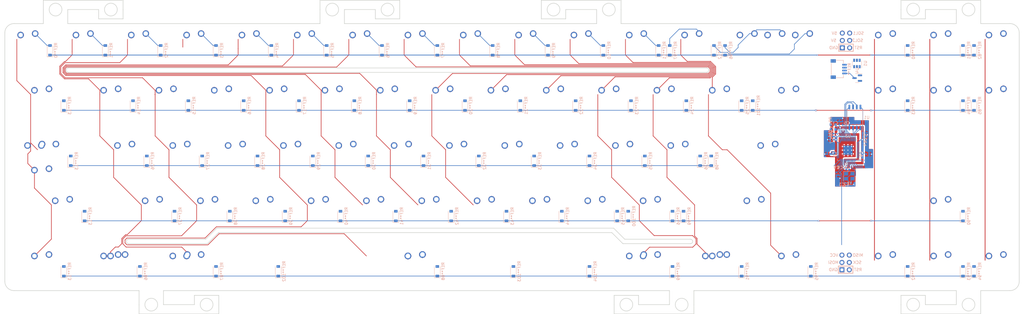
<source format=kicad_pcb>
(kicad_pcb (version 20211014) (generator pcbnew)
  (layers (0 "F.Cu" signal) (31 "B.Cu" signal) (34 "B.Paste" user) (35 "F.Paste" user) (36 "B.SilkS" user "B.Silkscreen") (37 "F.SilkS" user "F.Silkscreen") (38 "B.Mask" user) (39 "F.Mask" user) (44 "Edge.Cuts" user))
  (net 0 "")
  (footprint "Alps_Only:ALPS-1U" (layer "F.Cu") (at 252.4125 65.0875)
    (fp_text reference "MX_[1")
    (fp_text value "1U")
  )
  (footprint "Alps_Only:ALPS-1U" (layer "F.Cu") (at 347.6625 65.0875)
    (fp_text reference "MX_END1")
    (fp_text value "1U")
  )
  (footprint "Alps_Only:ALPS-1U" (layer "F.Cu") (at 242.8875 46.0375)
    (fp_text reference "MX_-1")
    (fp_text value "1U")
  )
  (footprint "Alps_Only:ALPS-1U" (layer "F.Cu") (at 123.825 84.1375)
    (fp_text reference "MX_F1")
    (fp_text value "1U")
  )
  (footprint "Alps_Only:ALPS-1U" (layer "F.Cu") (at 90.4875 46.0375)
    (fp_text reference "MX_#3")
    (fp_text value "1U")
  )
  (footprint "Alps_Only:ALPS-2.25U" (layer "F.Cu") (at 288.13125 84.1375)
    (fp_text reference "MX_RETURN1")
    (fp_text value "2.25U")
  )
  (footprint "Alps_Only:ALPS-1U" (layer "F.Cu") (at 52.3875 46.0375)
    (fp_text reference "MX_#1")
    (fp_text value "1U")
  )
  (footprint "Alps_Only:ALPS-1U" (layer "F.Cu") (at 238.125 84.1375)
    (fp_text reference "MX_;1")
    (fp_text value "1U")
  )
  (footprint "Alps_Only:ALPS-1.5U" (layer "F.Cu") (at 295.275 65.0875)
    (fp_text reference "MX_\\1")
    (fp_text value "1.5U")
  )
  (footprint "Alps_Only:ALPS-1U" (layer "F.Cu") (at 171.45 103.1875)
    (fp_text reference "MX_N1")
    (fp_text value "1U")
  )
  (footprint "Alps_Only:ALPS-1U" (layer "F.Cu") (at 366.7125 122.2375)
    (fp_text reference "MX_RT1")
    (fp_text value "1U")
  )
  (footprint "Alps_Only:ALPS-1U" (layer "F.Cu") (at 209.55 103.1875)
    (fp_text reference "MX_,1")
    (fp_text value "1U")
  )
  (footprint "Alps_Only:ALPS-1U" (layer "F.Cu") (at 100.0125 65.0875)
    (fp_text reference "MX_E1")
    (fp_text value "1U")
  )
  (footprint "Alps_Only:ALPS-1U" (layer "F.Cu") (at 114.3 103.1875)
    (fp_text reference "MX_C1")
    (fp_text value "1U")
  )
  (footprint "Alps_Only:ALPS-2U" (layer "F.Cu") (at 290.5125 46.0375)
    (fp_text reference "MX_BACK1")
    (fp_text value "2U")
  )
  (footprint "Alps_Only:ALPS-1U" (layer "F.Cu") (at 280.9875 46.0375)
    (fp_text reference "MX_BACK2")
    (fp_text value "1U")
  )
  (footprint "Alps_Only:ALPS-1U" (layer "F.Cu") (at 200.025 84.1375)
    (fp_text reference "MX_K1")
    (fp_text value "1U")
  )
  (footprint "Alps_Only:ALPS-1U" (layer "F.Cu") (at 269.08125 122.2375)
    (fp_text reference "MX_RGUI3")
    (fp_text value "1U")
  )
  (footprint "Alps_Only:ALPS-1U" (layer "F.Cu") (at 247.65 103.1875)
    (fp_text reference "MX_/1")
    (fp_text value "1U")
  )
  (footprint "Alps_Only:ALPS-1U" (layer "F.Cu") (at 157.1625 65.0875)
    (fp_text reference "MX_Y1")
    (fp_text value "1U")
  )
  (footprint "Alps_Only:ALPS-1U" (layer "F.Cu") (at 61.9125 65.0875)
    (fp_text reference "MX_Q1")
    (fp_text value "1U")
  )
  (footprint "Alps_Only:ALPS-1U" (layer "F.Cu") (at 219.075 84.1375)
    (fp_text reference "MX_L1")
    (fp_text value "1U")
  )
  (footprint "Alps_Only:ALPS-1U" (layer "F.Cu") (at 195.2625 65.0875)
    (fp_text reference "MX_I1")
    (fp_text value "1U")
  )
  (footprint "Alps_Only:ALPS-1U" (layer "F.Cu") (at 228.6 103.1875)
    (fp_text reference "MX_.1")
    (fp_text value "1U")
  )
  (footprint "Alps_Only:ALPS-1U" (layer "F.Cu") (at 328.6125 65.0875)
    (fp_text reference "MX_DEL1")
    (fp_text value "1U")
  )
  (footprint "Alps_Only:ALPS-1U" (layer "F.Cu") (at 71.4375 46.0375)
    (fp_text reference "MX_#2")
    (fp_text value "1U")
  )
  (footprint "Alps_Only:ALPS-1U" (layer "F.Cu") (at 166.6875 46.0375)
    (fp_text reference "MX_#7")
    (fp_text value "1U")
  )
  (footprint "Alps_Only:ALPS-1U" (layer "F.Cu") (at 76.2 103.1875)
    (fp_text reference "MX_Z1")
    (fp_text value "1U")
  )
  (footprint "Alps_Only:ALPS-1U" (layer "F.Cu") (at 347.6625 122.2375)
    (fp_text reference "MX_DN1")
    (fp_text value "1U")
  )
  (footprint "Alps_Only:ALPS-7U" (layer "F.Cu") (at 166.6875 122.2375)
    (fp_text reference "MX_SP2")
    (fp_text value "MX-7U")
  )
  (footprint "Alps_Only:ALPS-1.5U" (layer "F.Cu") (at 38.1 65.0875)
    (fp_text reference "MX_TAB1")
    (fp_text value "1.5U")
  )
  (footprint "Alps_Only:ALPS-1U" (layer "F.Cu") (at 190.5 103.1875)
    (fp_text reference "MX_M1")
    (fp_text value "1U")
  )
  (footprint "Alps_Only:ALPS-1.5U" (layer "F.Cu") (at 242.8875 122.2375)
    (fp_text reference "MX_RALT3")
    (fp_text value "1.5U")
  )
  (footprint "Alps_Only:ALPS-1U" (layer "F.Cu") (at 128.5875 46.0375)
    (fp_text reference "MX_#5")
    (fp_text value "1U")
  )
  (footprint "Alps_Only:ALPS-1U" (layer "F.Cu") (at 347.6625 46.0375)
    (fp_text reference "MX_HOME1")
    (fp_text value "1U")
  )
  (footprint "Alps_Only:ALPS-1.5U" (layer "F.Cu") (at 295.275 122.2375)
    (fp_text reference "MX_RCTRL2")
    (fp_text value "1.5U")
  )
  (footprint "Alps_Only:ALPS-1U" (layer "F.Cu") (at 271.4625 122.2375)
    (fp_text reference "MX_RGUI2")
    (fp_text value "1U")
  )
  (footprint "Alps_Only:ALPS-1U" (layer "F.Cu") (at 119.0625 65.0875)
    (fp_text reference "MX_R1")
    (fp_text value "1U")
  )
  (footprint "Alps_Only:ALPS-7U" (layer "F.Cu") (at 166.6875 122.2375)
    (fp_text reference "MX_SP1")
    (fp_text value "MX-7U")
  )
  (footprint "Alps_Only:ALPS-1U" (layer "F.Cu") (at 328.6125 122.2375)
    (fp_text reference "MX_LFT1")
    (fp_text value "1U")
  )
  (footprint "Alps_Only:ALPS-1U" (layer "F.Cu") (at 214.3125 65.0875)
    (fp_text reference "MX_O1")
    (fp_text value "1U")
  )
  (footprint "Alps_Only:ALPS-1U" (layer "F.Cu") (at 261.9375 46.0375)
    (fp_text reference "MX_=1")
    (fp_text value "1U")
  )
  (footprint "Alps_Only:ALPS-1.5U" (layer "F.Cu") (at 90.4875 122.2375)
    (fp_text reference "MX_LALT3")
    (fp_text value "MX-1.5U")
  )
  (footprint "Alps_Only:ALPS-1U" (layer "F.Cu") (at 233.3625 65.0875)
    (fp_text reference "MX_P1")
    (fp_text value "1U")
  )
  (footprint "Alps_Only:ALPS-1U" (layer "F.Cu") (at 161.925 84.1375)
    (fp_text reference "MX_H1")
    (fp_text value "1U")
  )
  (footprint "Alps_Only:ALPS-1U" (layer "F.Cu") (at 257.175 84.1375)
    (fp_text reference "MX_'1")
    (fp_text value "1U")
  )
  (footprint "Alps_Only:ALPS-1U" (layer "F.Cu") (at 66.675 84.1375)
    (fp_text reference "MX_A1")
    (fp_text value "1U")
  )
  (footprint "Alps_Only:ALPS-1U" (layer "F.Cu") (at 223.8375 46.0375)
    (fp_text reference "MX_#0_1")
    (fp_text value "1U")
  )
  (footprint "Alps_Only:ALPS-1U" (layer "F.Cu") (at 180.975 84.1375)
    (fp_text reference "MX_J1")
    (fp_text value "1U")
  )
  (footprint "Alps_Only:ALPS-7U" (layer "F.Cu") (at 166.6875 122.2375)
    (fp_text reference "MX_SP3")
    (fp_text value "MX-7U")
  )
  (footprint "Alps_Only:ALPS-1U" (layer "F.Cu") (at 95.25 103.1875)
    (fp_text reference "MX_X1")
    (fp_text value "1U")
  )
  (footprint "Alps_Only:ALPS-1U" (layer "F.Cu") (at 347.6625 103.1875)
    (fp_text reference "MX_UP1")
    (fp_text value "1U")
  )
  (footprint "Alps_Only:ALPS-1U" (layer "F.Cu") (at 104.775 84.1375)
    (fp_text reference "MX_D1")
    (fp_text value "1U")
  )
  (footprint "Alps_Only:ALPS-1U" (layer "F.Cu") (at 366.7125 65.0875)
    (fp_text reference "MX_PGDN1")
    (fp_text value "1U")
  )
  (footprint "Alps_Only:ALPS-1U" (layer "F.Cu") (at 271.4625 65.0875)
    (fp_text reference "MX_]1")
    (fp_text value "1U")
  )
  (footprint "Alps_Only:ALPS-1U" (layer "F.Cu") (at 204.7875 46.0375)
    (fp_text reference "MX_#9")
    (fp_text value "1U")
  )
  (footprint "Alps_Only:ALPS-1.25U" (layer "F.Cu") (at 38.1 84.1375 180)
    (fp_text reference "MX_CLOCK3")
    (fp_text value "MX-1.25U")
  )
  (footprint "Alps_Only:ALPS-1.25U" (layer "F.Cu") (at 64.29375 122.2375)
    (fp_text reference "MX_LGUI3")
    (fp_text value "MX-1U")
  )
  (footprint "Alps_Only:ALPS-2.25U" (layer "F.Cu") (at 45.24375 103.1875)
    (fp_text reference "MX_LSHIFT1")
    (fp_text value "2.25U")
  )
  (footprint "Alps_Only:ALPS-1.5U" (layer "F.Cu") (at 85.725 122.2375)
    (fp_text reference "MX_LALT2")
    (fp_text value "MX-1.5U")
  )
  (footprint "Alps_Only:ALPS-1.25U" (layer "F.Cu") (at 35.71875 84.1375)
    (fp_text reference "MX_CLOCK2")
    (fp_text value "MX-1.25U")
  )
  (footprint "Alps_Only:ALPS-2.75U" (layer "F.Cu") (at 283.36875 103.1875)
    (fp_text reference "MX_RSHIFT1")
    (fp_text value "2.75U")
  )
  (footprint "Alps_Only:ALPS-1.5U" (layer "F.Cu") (at 38.1 122.2375)
    (fp_text reference "MX_LCTRL2")
    (fp_text value "MX-1.5U")
  )
  (footprint "Alps_Only:ALPS-1U" (layer "F.Cu") (at 85.725 84.1375)
    (fp_text reference "MX_S1")
    (fp_text value "1U")
  )
  (footprint "Alps_Only:ALPS-1U" (layer "F.Cu") (at 138.1125 65.0875)
    (fp_text reference "MX_T1")
    (fp_text value "1U")
  )
  (footprint "Alps_Only:ALPS-1U" (layer "F.Cu") (at 366.7125 46.0375)
    (fp_text reference "MX_PGUP1")
    (fp_text value "1U")
  )
  (footprint "Alps_Only:ALPS-1U" (layer "F.Cu") (at 142.875 84.1375)
    (fp_text reference "MX_G1")
    (fp_text value "1U")
  )
  (footprint "Alps_Only:ALPS-1U" (layer "F.Cu") (at 152.4 103.1875)
    (fp_text reference "MX_B1")
    (fp_text value "1U")
  )
  (footprint "Alps_Only:ALPS-1U" (layer "F.Cu") (at 300.0375 46.0375)
    (fp_text reference "MX_BACK3")
    (fp_text value "1U")
  )
  (footprint "Alps_Only:ALPS-1U" (layer "F.Cu") (at 33.3375 46.0375)
    (fp_text reference "MX_`1")
    (fp_text value "1U")
  )
  (footprint "Alps_Only:ALPS-1.5U" (layer "F.Cu") (at 247.65 122.2375)
    (fp_text reference "MX_RALT2")
    (fp_text value "1.5U")
  )
  (footprint "Alps_Only:ALPS-1.75U" (layer "F.Cu") (at 40.48125 84.1375)
    (fp_text reference "MX_CLOCK1")
    (fp_text value "1.75U")
  )
  (footprint "Alps_Only:ALPS-1U" (layer "F.Cu") (at 176.2125 65.0875)
    (fp_text reference "MX_U1")
    (fp_text value "1U")
  )
  (footprint "Alps_Only:ALPS-1U" (layer "F.Cu") (at 185.7375 46.0375)
    (fp_text reference "MX_#8")
    (fp_text value "1U")
  )
  (footprint "Alps_Only:ALPS-1U" (layer "F.Cu") (at 109.5375 46.0375)
    (fp_text reference "MX_#4")
    (fp_text value "1U")
  )
  (footprint "Alps_Only:ALPS-1U" (layer "F.Cu") (at 328.6125 46.0375)
    (fp_text reference "MX_INS1")
    (fp_text value "1U")
  )
  (footprint "Alps_Only:ALPS-1U" (layer "F.Cu") (at 133.35 103.1875)
    (fp_text reference "MX_V1")
    (fp_text value "1U")
  )
  (footprint "Alps_Only:ALPS-1U" (layer "F.Cu") (at 147.6375 46.0375)
    (fp_text reference "MX_#6")
    (fp_text value "1U")
  )
  (footprint "Alps_Only:ALPS-1U" (layer "F.Cu") (at 80.9625 65.0875)
    (fp_text reference "MX_W1")
    (fp_text value "1U")
  )
  (footprint "Alps_Only:ALPS-1.25U" (layer "F.Cu") (at 61.9125 122.2375)
    (fp_text reference "MX_LGUI2")
    (fp_text value "MX-1U")
  )
  (footprint "Crystal:Crystal_SMD_3225-4Pin_3.2x2.5mm" (layer "B.Cu") (at 316.144011 90.723992)
    (fp_text reference "Y1")
    (fp_text value "12MHz")
  )
  (footprint "random-keyboard-parts:D_SOD-123-Pretty" (layer "B.Cu") (at 155.2575 47.3075 90)
    (fp_text reference "REF**6")
    (fp_text value "D_SOD-123-Pretty")
  )
  (footprint "random-keyboard-parts:D_SOD-123-Pretty" (layer "B.Cu") (at 83.82 104.4575 90)
    (fp_text reference "REF**37")
    (fp_text value "D_SOD-123-Pretty")
  )
  (footprint "Capacitor_SMD:C_0402_1005Metric" (layer "B.Cu") (at 322.448304 83.115876)
    (fp_text reference "C9")
    (fp_text value "100nF")
  )
  (footprint "random-keyboard-parts:D_SOD-123-Pretty" (layer "B.Cu") (at 102.87 104.4575 90)
    (fp_text reference "REF**38")
    (fp_text value "D_SOD-123-Pretty")
  )
  (footprint "random-keyboard-parts:D_SOD-123-Pretty" (layer "B.Cu") (at 355.2825 47.3075 90)
    (fp_text reference "REF**81")
    (fp_text value "D_SOD-123-Pretty")
  )
  (footprint "random-keyboard-parts:D_SOD-123-Pretty" (layer "B.Cu") (at 279.0825 66.3575 90)
    (fp_text reference "REF**25")
    (fp_text value "D_SOD-123-Pretty")
  )
  (footprint "random-keyboard-parts:D_SOD-123-Pretty" (layer "B.Cu") (at 359.0925 123.5075 90)
    (fp_text reference "REF**94")
    (fp_text value "D_SOD-123-Pretty")
  )
  (footprint "random-keyboard-parts:D_SOD-123-Pretty" (layer "B.Cu") (at 282.8925 66.3575 90)
    (fp_text reference "REF**101")
    (fp_text value "D_SOD-123-Pretty")
  )
  (footprint "random-keyboard-parts:D_SOD-123-Pretty" (layer "B.Cu") (at 217.17 104.4575 90)
    (fp_text reference "REF**44")
    (fp_text value "D_SOD-123-Pretty")
  )
  (footprint "random-keyboard-parts:D_SOD-123-Pretty" (layer "B.Cu") (at 268.605 85.4075 90)
    (fp_text reference "REF**98")
    (fp_text value "D_SOD-123-Pretty")
  )
  (footprint "random-keyboard-parts:D_SOD-123-Pretty" (layer "B.Cu") (at 131.445 85.4075 90)
    (fp_text reference "REF**29")
    (fp_text value "D_SOD-123-Pretty")
  )
  (footprint "random-keyboard-parts:D_SOD-123-Pretty" (layer "B.Cu") (at 336.2325 47.3075 90)
    (fp_text reference "REF**80")
    (fp_text value "D_SOD-123-Pretty")
  )
  (footprint "Resistor_SMD:R_0603_1608Metric" (layer "B.Cu") (at 310.606597 72.917181)
    (fp_text reference "R5")
    (fp_text value "27R")
  )
  (footprint "Capacitor_SMD:C_0402_1005Metric" (layer "B.Cu") (at 309.020965 83.100553 180)
    (fp_text reference "C9")
    (fp_text value "100nF")
  )
  (footprint "random-keyboard-parts:D_SOD-123-Pretty" (layer "B.Cu") (at 74.295 85.4075 90)
    (fp_text reference "REF**26")
    (fp_text value "D_SOD-123-Pretty")
  )
  (footprint "random-keyboard-parts:D_SOD-123-Pretty" (layer "B.Cu") (at 279.0825 123.5075 90)
    (fp_text reference "REF**91")
    (fp_text value "D_SOD-123-Pretty")
  )
  (footprint "random-keyboard-parts:D_SOD-123-Pretty" (layer "B.Cu") (at 336.2325 66.3575 90)
    (fp_text reference "REF**83")
    (fp_text value "D_SOD-123-Pretty")
  )
  (footprint "random-keyboard-parts:D_SOD-123-Pretty" (layer "B.Cu") (at 179.07 104.4575 90)
    (fp_text reference "REF**42")
    (fp_text value "D_SOD-123-Pretty")
  )
  (footprint "random-keyboard-parts:D_SOD-123-Pretty" (layer "B.Cu") (at 255.27 104.4575 90)
    (fp_text reference "REF**46")
    (fp_text value "D_SOD-123-Pretty")
  )
  (footprint "Capacitor_SMD:C_0402_1005Metric" (layer "B.Cu") (at 312.9239 89.904977 -90)
    (fp_text reference "C9")
    (fp_text value "100nF")
  )
  (footprint "random-keyboard-parts:D_SOD-123-Pretty" (layer "B.Cu") (at 240.03 104.4575 90)
    (fp_text reference "REF**100")
    (fp_text value "D_SOD-123-Pretty")
  )
  (footprint "random-keyboard-parts:D_SOD-123-Pretty" (layer "B.Cu") (at 150.495 85.4075 90)
    (fp_text reference "REF**30")
    (fp_text value "D_SOD-123-Pretty")
  )
  (footprint "random-keyboard-parts:D_SOD-123-Pretty" (layer "B.Cu") (at 231.4575 47.3075 90)
    (fp_text reference "REF**10")
    (fp_text value "D_SOD-123-Pretty")
  )
  (footprint "Capacitor_SMD:C_0402_1005Metric" (layer "B.Cu") (at 315.101863 93.559414 90)
    (fp_text reference "C3")
    (fp_text value "22pF")
  )
  (footprint "random-keyboard-parts:D_SOD-123-Pretty" (layer "B.Cu") (at 226.695 123.5075 90)
    (fp_text reference "REF**104")
    (fp_text value "D_SOD-123-Pretty")
  )
  (footprint "random-keyboard-parts:D_SOD-123-Pretty" (layer "B.Cu") (at 174.3075 47.3075 90)
    (fp_text reference "REF**7")
    (fp_text value "D_SOD-123-Pretty")
  )
  (footprint "random-keyboard-parts:D_SOD-123-Pretty" (layer "B.Cu") (at 174.3075 123.5075 90)
    (fp_text reference "REF**88")
    (fp_text value "D_SOD-123-Pretty")
  )
  (footprint "Package_TO_SOT_SMD:SOT-23" (layer "B.Cu") (at 318.880872 56.896235 180)
    (fp_text reference "U4")
    (fp_text value "XC6206PxxxMR-Regulator_Linear")
  )
  (footprint "random-keyboard-parts:D_SOD-123-Pretty" (layer "B.Cu") (at 48.10125 85.4075 90)
    (fp_text reference "REF**13")
    (fp_text value "D_SOD-123-Pretty")
  )
  (footprint "random-keyboard-parts:D_SOD-123-Pretty" (layer "B.Cu") (at 93.345 85.4075 90)
    (fp_text reference "REF**27")
    (fp_text value "D_SOD-123-Pretty")
  )
  (footprint "Resistor_SMD:R_0402_1005Metric" (layer "B.Cu") (at 315.598961 88.448525 180)
    (fp_text reference "R7")
    (fp_text value "1k")
  )
  (footprint "random-keyboard-parts:D_SOD-123-Pretty" (layer "B.Cu") (at 212.4075 47.3075 90)
    (fp_text reference "REF**9")
    (fp_text value "D_SOD-123-Pretty")
  )
  (footprint "random-keyboard-parts:D_SOD-123-Pretty" (layer "B.Cu") (at 98.1075 123.5075 90)
    (fp_text reference "REF**87")
    (fp_text value "D_SOD-123-Pretty")
  )
  (footprint "random-keyboard-parts:D_SOD-123-Pretty" (layer "B.Cu") (at 221.9325 66.3575 90)
    (fp_text reference "REF**22")
    (fp_text value "D_SOD-123-Pretty")
  )
  (footprint "random-keyboard-parts:D_SOD-123-Pretty" (layer "B.Cu") (at 264.795 85.4075 90)
    (fp_text reference "REF**36")
    (fp_text value "D_SOD-123-Pretty")
  )
  (footprint "Capacitor_SMD:C_0402_1005Metric" (layer "B.Cu") (at 312.679613 72.379094 90)
    (fp_text reference "C12")
    (fp_text value "100nF")
  )
  (footprint "Capacitor_SMD:C_0402_1005Metric" (layer "B.Cu") (at 316.739534 93.541899 90)
    (fp_text reference "C2")
    (fp_text value "22pF")
  )
  (footprint "random-keyboard-parts:D_SOD-123-Pretty" (layer "B.Cu") (at 188.595 85.4075 90)
    (fp_text reference "REF**32")
    (fp_text value "D_SOD-123-Pretty")
  )
  (footprint "random-keyboard-parts:D_SOD-123-Pretty" (layer "B.Cu") (at 69.5325 66.3575 90)
    (fp_text reference "REF**14")
    (fp_text value "D_SOD-123-Pretty")
  )
  (footprint "random-keyboard-parts:D_SOD-123-Pretty" (layer "B.Cu") (at 355.2825 104.4575 90)
    (fp_text reference "REF**90")
    (fp_text value "D_SOD-123-Pretty")
  )
  (footprint "random-keyboard-parts:D_SOD-123-Pretty" (layer "B.Cu") (at 140.97 104.4575 90)
    (fp_text reference "REF**40")
    (fp_text value "D_SOD-123-Pretty")
  )
  (footprint "Sleep-Lib:RP2040-QFN-56" (layer "B.Cu") (at 315.663413 81.747424 180)
    (fp_text reference "U3")
    (fp_text value "RP2040")
  )
  (footprint "random-keyboard-parts:D_SOD-123-Pretty" (layer "B.Cu") (at 226.695 85.4075 90)
    (fp_text reference "REF**34")
    (fp_text value "D_SOD-123-Pretty")
  )
  (footprint "random-keyboard-parts:JST-SR-4" (layer "B.Cu") (at 309.717613 53.777647 90)
    (fp_text reference "REF**")
    (fp_text value "JST-SR-4")
  )
  (footprint "random-keyboard-parts:D_SOD-123-Pretty" (layer "B.Cu") (at 45.72 123.5075 90)
    (fp_text reference "REF**13")
    (fp_text value "D_SOD-123-Pretty")
  )
  (footprint "random-keyboard-parts:D_SOD-123-Pretty" (layer "B.Cu") (at 79.0575 47.3075 90)
    (fp_text reference "REF**2")
    (fp_text value "D_SOD-123-Pretty")
  )
  (footprint "random-keyboard-parts:D_SOD-123-Pretty" (layer "B.Cu") (at 245.745 85.4075 90)
    (fp_text reference "REF**35")
    (fp_text value "D_SOD-123-Pretty")
  )
  (footprint "Capacitor_SMD:C_0402_1005Metric" (layer "B.Cu") (at 321.233727 75.803827)
    (fp_text reference "C14")
    (fp_text value "100nF")
  )
  (footprint "Capacitor_SMD:C_0402_1005Metric" (layer "B.Cu") (at 313.879658 72.384215 90)
    (fp_text reference "C5")
    (fp_text value "100nF")
  )
  (footprint "random-keyboard-parts:D_SOD-123-Pretty" (layer "B.Cu") (at 117.1575 47.3075 90)
    (fp_text reference "REF**4")
    (fp_text value "D_SOD-123-Pretty")
  )
  (footprint "random-keyboard-parts:D_SOD-123-Pretty" (layer "B.Cu") (at 169.545 85.4075 90)
    (fp_text reference "REF**31")
    (fp_text value "D_SOD-123-Pretty")
  )
  (footprint "random-keyboard-parts:D_SOD-123-Pretty" (layer "B.Cu") (at 107.6325 66.3575 90)
    (fp_text reference "REF**16")
    (fp_text value "D_SOD-123-Pretty")
  )
  (footprint "random-keyboard-parts:D_SOD-123-Pretty" (layer "B.Cu") (at 121.92 104.4575 90)
    (fp_text reference "REF**39")
    (fp_text value "D_SOD-123-Pretty")
  )
  (footprint "random-keyboard-parts:D_SOD-123-Pretty" (layer "B.Cu") (at 60.0075 47.3075 90)
    (fp_text reference "REF**1")
    (fp_text value "D_SOD-123-Pretty")
  )
  (footprint "random-keyboard-parts:D_SOD-123-Pretty" (layer "B.Cu") (at 126.6825 66.3575 90)
    (fp_text reference "REF**17")
    (fp_text value "D_SOD-123-Pretty")
  )
  (footprint "random-keyboard-parts:D_SOD-123-Pretty" (layer "B.Cu") (at 202.8825 66.3575 90)
    (fp_text reference "REF**21")
    (fp_text value "D_SOD-123-Pretty")
  )
  (footprint "random-keyboard-parts:D_SOD-123-Pretty" (layer "B.Cu") (at 336.2325 123.5075 90)
    (fp_text reference "REF**92")
    (fp_text value "D_SOD-123-Pretty")
  )
  (footprint "random-keyboard-parts:D_SOD-123-Pretty" (layer "B.Cu") (at 198.12 104.4575 90)
    (fp_text reference "REF**43")
    (fp_text value "D_SOD-123-Pretty")
  )
  (footprint "random-keyboard-parts:D_SOD-123-Pretty" (layer "B.Cu") (at 207.645 85.4075 90)
    (fp_text reference "REF**33")
    (fp_text value "D_SOD-123-Pretty")
  )
  (footprint "random-keyboard-parts:D_SOD-123-Pretty" (layer "B.Cu") (at 250.5075 47.3075 90)
    (fp_text reference "REF**11")
    (fp_text value "D_SOD-123-Pretty")
  )
  (footprint "random-keyboard-parts:D_SOD-123-Pretty" (layer "B.Cu") (at 164.7825 66.3575 90)
    (fp_text reference "REF**19")
    (fp_text value "D_SOD-123-Pretty")
  )
  (footprint "random-keyboard-parts:D_SOD-123-Pretty" (layer "B.Cu") (at 273.3675 47.3075 90)
    (fp_text reference "REF**96")
    (fp_text value "D_SOD-123-Pretty")
  )
  (footprint "Package_TO_SOT_SMD:SOT-23-6" (layer "B.Cu") (at 318.765369 51.852592 90)
    (fp_text reference "U1")
    (fp_text value "SRV05-4")
  )
  (footprint "random-keyboard-parts:D_SOD-123-Pretty" (layer "B.Cu") (at 359.0925 47.3075 90)
    (fp_text reference "REF**82")
    (fp_text value "D_SOD-123-Pretty")
  )
  (footprint "random-keyboard-parts:D_SOD-123-Pretty" (layer "B.Cu") (at 98.1075 47.3075 90)
    (fp_text reference "REF**3")
    (fp_text value "D_SOD-123-Pretty")
  )
  (footprint "random-keyboard-parts:D_SOD-123-Pretty" (layer "B.Cu") (at 200.50125 123.5075 90)
    (fp_text reference "REF**103")
    (fp_text value "D_SOD-123-Pretty")
  )
  (footprint "Capacitor_SMD:C_0402_1005Metric" (layer "B.Cu") (at 310.046131 76.028973 180)
    (fp_text reference "C4")
    (fp_text value "1uF")
  )
  (footprint "random-keyboard-parts:D_SOD-123-Pretty" (layer "B.Cu") (at 255.27 123.5075 90)
    (fp_text reference "REF**89")
    (fp_text value "D_SOD-123-Pretty")
  )
  (footprint "random-keyboard-parts:D_SOD-123-Pretty" (layer "B.Cu") (at 71.91375 123.5075 90)
    (fp_text reference "REF**86")
    (fp_text value "D_SOD-123-Pretty")
  )
  (footprint "random-keyboard-parts:D_SOD-123-Pretty" (layer "B.Cu") (at 302.895 123.5075 90)
    (fp_text reference "REF**95")
    (fp_text value "D_SOD-123-Pretty")
  )
  (footprint "random-keyboard-parts:D_SOD-123-Pretty" (layer "B.Cu") (at 112.395 85.4075 90)
    (fp_text reference "REF**28")
    (fp_text value "D_SOD-123-Pretty")
  )
  (footprint "random-keyboard-parts:D_SOD-123-Pretty" (layer "B.Cu") (at 260.0325 66.3575 90)
    (fp_text reference "REF**24")
    (fp_text value "D_SOD-123-Pretty")
  )
  (footprint "Capacitor_SMD:C_0402_1005Metric" (layer "B.Cu") (at 321.233727 77.073827)
    (fp_text reference "C14")
    (fp_text value "100nF")
  )
  (footprint "Capacitor_SMD:C_0402_1005Metric" (layer "B.Cu") (at 310.059029 78.097001 180)
    (fp_text reference "C14")
    (fp_text value "100nF")
  )
  (footprint "random-keyboard-parts:D_SOD-123-Pretty" (layer "B.Cu") (at 88.5825 66.3575 90)
    (fp_text reference "REF**15")
    (fp_text value "D_SOD-123-Pretty")
  )
  (footprint "random-keyboard-parts:D_SOD-123-Pretty" (layer "B.Cu") (at 40.9575 47.3075 90)
    (fp_text reference "REF**0")
    (fp_text value "D_SOD-123-Pretty")
  )
  (footprint "random-keyboard-parts:D_SOD-123-Pretty" (layer "B.Cu") (at 359.0925 66.3575 90)
    (fp_text reference "REF**85")
    (fp_text value "D_SOD-123-Pretty")
  )
  (footprint "random-keyboard-parts:D_SOD-123-Pretty" (layer "B.Cu") (at 183.8325 66.3575 90)
    (fp_text reference "REF**20")
    (fp_text value "D_SOD-123-Pretty")
  )
  (footprint "Package_SO:SOIC-8_5.23x5.23mm_P1.27mm" (layer "B.Cu") (at 318.070863 70.464661 90)
    (fp_text reference "U1")
    (fp_text value "W25Q128JVS")
  )
  (footprint "random-keyboard-parts:D_SOD-123-Pretty" (layer "B.Cu") (at 145.7325 66.3575 90)
    (fp_text reference "REF**18")
    (fp_text value "D_SOD-123-Pretty")
  )
  (footprint "random-keyboard-parts:D_SOD-123-Pretty" (layer "B.Cu") (at 259.08 104.4575 90)
    (fp_text reference "REF**99")
    (fp_text value "D_SOD-123-Pretty")
  )
  (footprint "random-keyboard-parts:D_SOD-123-Pretty" (layer "B.Cu") (at 355.2825 123.5075 90)
    (fp_text reference "REF**93")
    (fp_text value "D_SOD-123-Pretty")
  )
  (footprint "random-keyboard-parts:D_SOD-123-Pretty" (layer "B.Cu") (at 136.2075 47.3075 90)
    (fp_text reference "REF**5")
    (fp_text value "D_SOD-123-Pretty")
  )
  (footprint "random-keyboard-parts:D_SOD-123-Pretty" (layer "B.Cu") (at 193.3575 47.3075 90)
    (fp_text reference "REF**8")
    (fp_text value "D_SOD-123-Pretty")
  )
  (footprint "random-keyboard-parts:D_SOD-123-Pretty" (layer "B.Cu") (at 254.3175 47.3075 90)
    (fp_text reference "REF**97")
    (fp_text value "D_SOD-123-Pretty")
  )
  (footprint "Resistor_SMD:R_0603_1608Metric" (layer "B.Cu") (at 310.606597 74.568181)
    (fp_text reference "R6")
    (fp_text value "27R")
  )
  (footprint "random-keyboard-parts:D_SOD-123-Pretty" (layer "B.Cu") (at 269.5575 47.3075 90)
    (fp_text reference "REF**12")
    (fp_text value "D_SOD-123-Pretty")
  )
  (footprint "Capacitor_SMD:C_0402_1005Metric" (layer "B.Cu") (at 311.689425 89.876721 -90)
    (fp_text reference "C9")
    (fp_text value "100nF")
  )
  (footprint "random-keyboard-parts:Reset_Pretty" (layer "B.Cu") (at 314.868029 120.462836 180)
    (fp_text reference "REF**")
    (fp_text value "Reset_Pretty")
  )
  (footprint "random-keyboard-parts:Reset_Pretty" (layer "B.Cu") (at 315.003434 43.914187 180)
    (fp_text reference "REF**")
    (fp_text value "Memes lol")
  )
  (footprint "random-keyboard-parts:D_SOD-123-Pretty" (layer "B.Cu") (at 236.22 104.4575 90)
    (fp_text reference "REF**45")
    (fp_text value "D_SOD-123-Pretty")
  )
  (footprint "random-keyboard-parts:D_SOD-123-Pretty" (layer "B.Cu") (at 240.9825 66.3575 90)
    (fp_text reference "REF**23")
    (fp_text value "D_SOD-123-Pretty")
  )
  (footprint "Capacitor_SMD:C_0402_1005Metric" (layer "B.Cu") (at 310.046131 77.044973 180)
    (fp_text reference "C7")
    (fp_text value "1uF")
  )
  (footprint "random-keyboard-parts:D_SOD-123-Pretty" (layer "B.Cu") (at 52.86375 104.4575 90)
    (fp_text reference "REF**13")
    (fp_text value "D_SOD-123-Pretty")
  )
  (footprint "random-keyboard-parts:D_SOD-123-Pretty" (layer "B.Cu") (at 119.53875 123.5075 90)
    (fp_text reference "REF**102")
    (fp_text value "D_SOD-123-Pretty")
  )
  (footprint "random-keyboard-parts:D_SOD-123-Pretty" (layer "B.Cu") (at 355.2825 66.3575 90)
    (fp_text reference "REF**84")
    (fp_text value "D_SOD-123-Pretty")
  )
  (footprint "random-keyboard-parts:D_SOD-123-Pretty" (layer "B.Cu") (at 45.72 66.3575 90)
    (fp_text reference "REF**13")
    (fp_text value "D_SOD-123-Pretty")
  )
  (footprint "random-keyboard-parts:D_SOD-123-Pretty" (layer "B.Cu") (at 160.02 104.4575 90)
    (fp_text reference "REF**41")
    (fp_text value "D_SOD-123-Pretty")
  )
  (gr_line (start 237.562492 38.100006) (end 237.562492 33.2625) (layer "Edge.Cuts") (width 0.2))
  (gr_line (start 71.61875 130.175) (end 71.61875 135.012506) (layer "Edge.Cuts") (width 0.2))
  (gr_circle (center 61.9125 33.2625) (end 64.1125 33.2625) (layer "Edge.Cuts") (width 0.2) (fill none))
  (gr_line (start 374.65 41.275) (end 374.65 127) (layer "Edge.Cuts") (width 0.2))
  (gr_line (start 262.631132 135.012505) (end 262.631132 130.174999) (layer "Edge.Cuts") (width 0.2))
  (gr_line (start 99.068742 138.212504) (end 99.068742 135.012512) (layer "Edge.Cuts") (width 0.2))
  (gr_line (start 71.618758 138.212504) (end 71.618758 135.012512) (layer "Edge.Cuts") (width 0.2))
  (gr_line (start 25.4 127) (end 25.4 41.275) (layer "Edge.Cuts") (width 0.2))
  (gr_line (start 157.1625 30.0625) (end 161.362492 30.062502) (layer "Edge.Cuts") (width 0.2))
  (gr_line (start 234.3785 110.1725) (end 238.1885 113.9825) (layer "Edge.Cuts") (width 0.2))
  (gr_line (start 258.431132 138.212505) (end 239.381132 138.212505) (layer "Edge.Cuts") (width 0.2))
  (gr_line (start 352.9875 38.1) (end 352.9875 33.262494) (layer "Edge.Cuts") (width 0.2))
  (gr_line (start 234.3785 110.1725) (end 98.9965 110.1725) (layer "Edge.Cuts") (width 0.2))
  (gr_line (start 243.581132 131.812513) (end 243.581132 135.012505) (layer "Edge.Cuts") (width 0.2))
  (gr_line (start 361.387484 30.062502) (end 361.387484 33.262494) (layer "Edge.Cuts") (width 0.2))
  (gr_circle (center 94.86875 135.012506) (end 97.06875 135.012506) (layer "Edge.Cuts") (width 0.2) (fill none))
  (gr_line (start 342.337492 33.2625) (end 342.337492 36.462492) (layer "Edge.Cuts") (width 0.2))
  (gr_line (start 90.66875 135.012506) (end 90.66875 131.812514) (layer "Edge.Cuts") (width 0.2))
  (gr_line (start 338.137602 138.212505) (end 333.93761 138.212503) (layer "Edge.Cuts") (width 0.2))
  (gr_line (start 238.1885 113.9825) (end 261.46125 113.9825) (layer "Edge.Cuts") (width 0.2))
  (gr_line (start 210.1125 30.062502) (end 214.312492 30.0625) (layer "Edge.Cuts") (width 0.2))
  (gr_arc (start 25.4 41.275) (mid 26.329936 39.029936) (end 28.575 38.1) (layer "Edge.Cuts") (width 0.2))
  (gr_line (start 333.9375 30.062502) (end 333.9375 33.262494) (layer "Edge.Cuts") (width 0.2))
  (gr_line (start 95.1865 113.9825) (end 98.9965 110.1725) (layer "Edge.Cuts") (width 0.2))
  (gr_line (start 47.062492 33.262494) (end 47.062492 38.1) (layer "Edge.Cuts") (width 0.2))
  (gr_line (start 38.6625 33.2625) (end 38.6625 38.100006) (layer "Edge.Cuts") (width 0.2))
  (gr_circle (center 357.187492 33.2625) (end 354.987492 33.2625) (layer "Edge.Cuts") (width 0.2) (fill none))
  (gr_line (start 80.018742 130.175006) (end 254.23114 130.175005) (layer "Edge.Cuts") (width 0.2))
  (gr_line (start 142.3125 33.2625) (end 152.9625 33.2625) (layer "Edge.Cuts") (width 0.2))
  (gr_line (start 152.9625 36.462492) (end 152.9625 33.2625) (layer "Edge.Cuts") (width 0.2))
  (gr_line (start 98.3615 108.6485) (end 235.0135 108.6485) (layer "Edge.Cuts") (width 0.2))
  (gr_line (start 342.337492 33.2625) (end 352.987492 33.2625) (layer "Edge.Cuts") (width 0.2))
  (gr_line (start 210.1125 30.062502) (end 210.1125 33.262494) (layer "Edge.Cuts") (width 0.2))
  (gr_line (start 61.9125 30.0625) (end 66.112492 30.062502) (layer "Edge.Cuts") (width 0.2))
  (gr_line (start 357.187602 138.212505) (end 338.137602 138.212505) (layer "Edge.Cuts") (width 0.2))
  (gr_line (start 243.581132 131.812513) (end 235.18114 131.812519) (layer "Edge.Cuts") (width 0.2))
  (gr_arc (start 47.3075 54.9275) (mid 46.5455 54.1655) (end 47.3075 53.4035) (layer "Edge.Cuts") (width 0.2))
  (gr_line (start 261.46125 112.4585) (end 238.8235 112.4585) (layer "Edge.Cuts") (width 0.2))
  (gr_line (start 371.475 38.1) (end 361.387492 38.100006) (layer "Edge.Cuts") (width 0.2))
  (gr_line (start 138.1125 30.0625) (end 133.912508 30.062502) (layer "Edge.Cuts") (width 0.2))
  (gr_line (start 99.068742 138.212504) (end 94.86875 138.212506) (layer "Edge.Cuts") (width 0.2))
  (gr_circle (center 75.81875 135.012506) (end 78.01875 135.012506) (layer "Edge.Cuts") (width 0.2) (fill none))
  (gr_line (start 333.93761 135.012511) (end 333.93761 138.212503) (layer "Edge.Cuts") (width 0.2))
  (gr_line (start 218.512492 33.2625) (end 229.162492 33.2625) (layer "Edge.Cuts") (width 0.2))
  (gr_line (start 47.0625 33.2625) (end 57.7125 33.2625) (layer "Edge.Cuts") (width 0.2))
  (gr_line (start 357.187602 138.212505) (end 361.387594 138.212503) (layer "Edge.Cuts") (width 0.2))
  (gr_line (start 99.068742 135.012512) (end 99.068742 131.81252) (layer "Edge.Cuts") (width 0.2))
  (gr_line (start 210.1125 33.262494) (end 210.1125 36.462486) (layer "Edge.Cuts") (width 0.2))
  (gr_line (start 267.0175 54.9275) (end 47.3075 54.9275) (layer "Edge.Cuts") (width 0.2))
  (gr_line (start 229.1625 38.1) (end 142.312492 38.1) (layer "Edge.Cuts") (width 0.2))
  (gr_line (start 333.9375 30.062502) (end 338.137492 30.0625) (layer "Edge.Cuts") (width 0.2))
  (gr_line (start 361.387492 38.100006) (end 361.387492 33.2625) (layer "Edge.Cuts") (width 0.2))
  (gr_line (start 133.912508 33.262494) (end 133.912508 30.062502) (layer "Edge.Cuts") (width 0.2))
  (gr_line (start 47.3075 53.4035) (end 267.0175 53.4035) (layer "Edge.Cuts") (width 0.2))
  (gr_line (start 333.9375 33.262494) (end 333.9375 36.462486) (layer "Edge.Cuts") (width 0.2))
  (gr_circle (center 233.362492 33.2625) (end 231.162492 33.2625) (layer "Edge.Cuts") (width 0.2) (fill none))
  (gr_arc (start 267.0175 53.4035) (mid 267.7795 54.1655) (end 267.0175 54.9275) (layer "Edge.Cuts") (width 0.2))
  (gr_line (start 237.562484 30.062502) (end 233.362492 30.0625) (layer "Edge.Cuts") (width 0.2))
  (gr_line (start 214.312492 30.0625) (end 233.362492 30.0625) (layer "Edge.Cuts") (width 0.2))
  (gr_line (start 235.18114 131.812519) (end 235.18114 135.012511) (layer "Edge.Cuts") (width 0.2))
  (gr_line (start 235.0135 108.6485) (end 238.8235 112.4585) (layer "Edge.Cuts") (width 0.2))
  (gr_line (start 338.137492 30.0625) (end 357.187492 30.0625) (layer "Edge.Cuts") (width 0.2))
  (gr_line (start 361.387602 135.012505) (end 361.387602 130.174999) (layer "Edge.Cuts") (width 0.2))
  (gr_line (start 133.9125 38.100006) (end 47.062492 38.1) (layer "Edge.Cuts") (width 0.2))
  (gr_line (start 94.86875 138.212506) (end 75.81875 138.212506) (layer "Edge.Cuts") (width 0.2))
  (gr_line (start 66.112492 33.262494) (end 66.112492 30.062502) (layer "Edge.Cuts") (width 0.2))
  (gr_line (start 218.512492 33.2625) (end 218.512492 36.462492) (layer "Edge.Cuts") (width 0.2))
  (gr_circle (center 42.8625 33.2625) (end 45.0625 33.2625) (layer "Edge.Cuts") (width 0.2) (fill none))
  (gr_line (start 333.9375 36.462486) (end 342.337492 36.462492) (layer "Edge.Cuts") (width 0.2))
  (gr_line (start 342.337602 131.812513) (end 342.337602 135.012505) (layer "Edge.Cuts") (width 0.2))
  (gr_circle (center 338.137492 33.2625) (end 335.937492 33.2625) (layer "Edge.Cuts") (width 0.2) (fill none))
  (gr_line (start 38.662508 33.262494) (end 38.662508 30.062502) (layer "Edge.Cuts") (width 0.2))
  (gr_arc (start 28.575 130.175) (mid 26.329936 129.245064) (end 25.4 127) (layer "Edge.Cuts") (width 0.2))
  (gr_arc (start 261.46125 112.4585) (mid 262.22325 113.2205) (end 261.46125 113.9825) (layer "Edge.Cuts") (width 0.2))
  (gr_line (start 258.431132 138.212505) (end 262.631124 138.212503) (layer "Edge.Cuts") (width 0.2))
  (gr_line (start 352.987602 135.012505) (end 342.337602 135.012505) (layer "Edge.Cuts") (width 0.2))
  (gr_line (start 161.362492 33.262494) (end 161.362492 30.062502) (layer "Edge.Cuts") (width 0.2))
  (gr_line (start 142.312492 33.262494) (end 142.312492 38.1) (layer "Edge.Cuts") (width 0.2))
  (gr_arc (start 374.65 127) (mid 373.720064 129.245064) (end 371.475 130.175) (layer "Edge.Cuts") (width 0.2))
  (gr_line (start 67.983811 112.4585) (end 94.5515 112.4585) (layer "Edge.Cuts") (width 0.2))
  (gr_line (start 361.387484 30.062502) (end 357.187492 30.0625) (layer "Edge.Cuts") (width 0.2))
  (gr_line (start 28.575 130.175) (end 71.61875 130.175) (layer "Edge.Cuts") (width 0.2))
  (gr_circle (center 338.137602 135.012505) (end 335.937602 135.012505) (layer "Edge.Cuts") (width 0.2) (fill none))
  (gr_line (start 138.1125 30.0625) (end 157.1625 30.0625) (layer "Edge.Cuts") (width 0.2))
  (gr_line (start 254.23114 135.012511) (end 254.23114 130.175005) (layer "Edge.Cuts") (width 0.2))
  (gr_line (start 237.562484 30.062502) (end 237.562484 33.262494) (layer "Edge.Cuts") (width 0.2))
  (gr_line (start 235.18114 135.012511) (end 235.18114 138.212503) (layer "Edge.Cuts") (width 0.2))
  (gr_line (start 42.8625 30.0625) (end 38.662508 30.062502) (layer "Edge.Cuts") (width 0.2))
  (gr_line (start 210.1125 36.462486) (end 218.512492 36.462492) (layer "Edge.Cuts") (width 0.2))
  (gr_line (start 229.1625 38.1) (end 229.1625 33.262494) (layer "Edge.Cuts") (width 0.2))
  (gr_line (start 57.7125 36.462492) (end 57.7125 33.2625) (layer "Edge.Cuts") (width 0.2))
  (gr_line (start 80.018742 130.175006) (end 80.018742 135.012512) (layer "Edge.Cuts") (width 0.2))
  (gr_line (start 90.66875 135.012506) (end 80.01875 135.012506) (layer "Edge.Cuts") (width 0.2))
  (gr_line (start 28.575 38.1) (end 38.6625 38.100006) (layer "Edge.Cuts") (width 0.2))
  (gr_circle (center 239.381132 135.012505) (end 237.181132 135.012505) (layer "Edge.Cuts") (width 0.2) (fill none))
  (gr_line (start 352.98761 135.012511) (end 352.98761 130.175005) (layer "Edge.Cuts") (width 0.2))
  (gr_line (start 352.9875 38.1) (end 237.562492 38.100006) (layer "Edge.Cuts") (width 0.2))
  (gr_line (start 254.231132 135.012505) (end 243.581132 135.012505) (layer "Edge.Cuts") (width 0.2))
  (gr_circle (center 214.312492 33.2625) (end 212.112492 33.2625) (layer "Edge.Cuts") (width 0.2) (fill none))
  (gr_line (start 42.8625 30.0625) (end 61.9125 30.0625) (layer "Edge.Cuts") (width 0.2))
  (gr_arc (start 371.475 38.1) (mid 373.720064 39.029936) (end 374.65 41.275) (layer "Edge.Cuts") (width 0.2))
  (gr_line (start 152.9625 36.462492) (end 161.362492 36.462486) (layer "Edge.Cuts") (width 0.2))
  (gr_line (start 239.381132 138.212505) (end 235.18114 138.212503) (layer "Edge.Cuts") (width 0.2))
  (gr_line (start 342.337602 131.812513) (end 333.93761 131.812519) (layer "Edge.Cuts") (width 0.2))
  (gr_line (start 361.387602 130.174999) (end 371.475 130.175) (layer "Edge.Cuts") (width 0.2))
  (gr_circle (center 258.431132 135.012505) (end 256.231132 135.012505) (layer "Edge.Cuts") (width 0.2) (fill none))
  (gr_line (start 133.9125 33.2625) (end 133.9125 38.100006) (layer "Edge.Cuts") (width 0.2))
  (gr_circle (center 157.1625 33.2625) (end 159.3625 33.2625) (layer "Edge.Cuts") (width 0.2) (fill none))
  (gr_line (start 333.93761 131.812519) (end 333.93761 135.012511) (layer "Edge.Cuts") (width 0.2))
  (gr_circle (center 138.1125 33.2625) (end 140.3125 33.2625) (layer "Edge.Cuts") (width 0.2) (fill none))
  (gr_line (start 66.112492 36.462486) (end 66.112492 33.262494) (layer "Edge.Cuts") (width 0.2))
  (gr_line (start 161.362492 36.462486) (end 161.362492 33.262494) (layer "Edge.Cuts") (width 0.2))
  (gr_line (start 71.618758 138.212504) (end 75.81875 138.212506) (layer "Edge.Cuts") (width 0.2))
  (gr_circle (center 357.187602 135.012505) (end 354.987602 135.012505) (layer "Edge.Cuts") (width 0.2) (fill none))
  (gr_line (start 57.7125 36.462492) (end 66.112492 36.462486) (layer "Edge.Cuts") (width 0.2))
  (gr_line (start 262.631132 130.174999) (end 352.98761 130.175005) (layer "Edge.Cuts") (width 0.2))
  (gr_arc (start 67.983811 113.9825) (mid 67.221811 113.2205) (end 67.983811 112.4585) (layer "Edge.Cuts") (width 0.2))
  (gr_line (start 99.068742 131.81252) (end 90.66875 131.812514) (layer "Edge.Cuts") (width 0.2))
  (gr_line (start 361.387594 135.012511) (end 361.387594 138.212503) (layer "Edge.Cuts") (width 0.2))
  (gr_line (start 95.1865 113.9825) (end 67.983811 113.9825) (layer "Edge.Cuts") (width 0.2))
  (gr_line (start 98.3615 108.6485) (end 94.5515 112.4585) (layer "Edge.Cuts") (width 0.2))
  (gr_line (start 262.631124 135.012511) (end 262.631124 138.212503) (layer "Edge.Cuts") (width 0.2))
  (segment (start 72.80821 56.776958) (end 77.1525 61.121248) (width 0.2) (layer "F.Cu") (net 0))
  (segment (start 115.2525 76.835) (end 120.015 81.5975) (width 0.2) (layer "F.Cu") (net 0))
  (segment (start 120.015 91.1225) (end 129.54 100.6475) (width 0.2) (layer "F.Cu") (net 0))
  (segment (start 77.1525 76.835) (end 81.915 81.5975) (width 0.2) (layer "F.Cu") (net 0))
  (segment (start 267.921932 56.075201) (end 269.005957 54.991177) (width 0.2) (layer "F.Cu") (net 0))
  (segment (start 67.141692 115.160488) (end 66.023717 114.042512) (width 0.2) (layer "F.Cu") (net 0))
  (segment (start 94.349695 112.045209) (end 67.430824 112.045209) (width 0.2) (layer "F.Cu") (net 0))
  (segment (start 129.54 100.6475) (end 129.54 106.065187) (width 0.2) (layer "F.Cu") (net 0))
  (segment (start 115.2525 62.5475) (end 115.2525 61.056186) (width 0.2) (layer "F.Cu") (net 0))
  (segment (start 268.9625 56.635466) (end 270.137917 55.46005) (width 0.2) (layer "F.Cu") (net 0))
  (segment (start 211.8125 61.0875) (end 216.824799 56.075201) (width 0.2) (layer "F.Cu") (net 0))
  (segment (start 216.824799 56.075201) (end 267.921932 56.075201) (width 0.2) (layer "F.Cu") (net 0))
  (segment (start 67.6275 43.4975) (end 67.6275 48.925449) (width 0.2) (layer "F.Cu") (net 0))
  (segment (start 268.251317 53.706367) (end 267.566964 53.022014) (width 0.2) (layer "F.Cu") (net 0))
  (segment (start 48.5775 47.663222) (end 48.5775 48.888447) (width 0.2) (layer "F.Cu") (net 0))
  (segment (start 64.981885 51.571064) (end 46.080271 51.571064) (width 0.2) (layer "F.Cu") (net 0))
  (segment (start 54.217894 57.154278) (end 58.1025 61.038884) (width 0.2) (layer "F.Cu") (net 0))
  (segment (start 158.115 91.1225) (end 167.64 100.6475) (width 0.2) (layer "F.Cu") (net 0))
  (segment (start 48.5775 48.888447) (end 46.272203 51.193744) (width 0.2) (layer "F.Cu") (net 0))
  (segment (start 115.2525 62.5475) (end 115.2525 76.835) (width 0.2) (layer "F.Cu") (net 0))
  (segment (start 166.956789 53.022014) (end 162.8775 48.942725) (width 0.2) (layer "F.Cu") (net 0))
  (segment (start 268.628637 54.834885) (end 267.765641 55.697881) (width 0.2) (layer "F.Cu") (net 0))
  (segment (start 181.9275 48.945403) (end 185.626791 52.644694) (width 0.2) (layer "F.Cu") (net 0))
  (segment (start 172.4025 62.5475) (end 172.4025 76.835) (width 0.2) (layer "F.Cu") (net 0))
  (segment (start 267.765641 55.697881) (end 198.152119 55.697881) (width 0.2) (layer "F.Cu") (net 0))
  (segment (start 46.179646 53.606135) (end 46.705437 53.080344) (width 0.2) (layer "F.Cu") (net 0))
  (segment (start 65.646397 112.228801) (end 65.646397 114.004294) (width 0.2) (layer "F.Cu") (net 0))
  (segment (start 34.29 62.5475) (end 34.29 79.21625) (width 0.2) (layer "F.Cu") (net 0))
  (segment (start 269.005957 54.991177) (end 269.005957 53.393784) (width 0.2) (layer "F.Cu") (net 0))
  (segment (start 35.6 88.6375) (end 35.6 94.81375) (width 0.2) (layer "F.Cu") (net 0))
  (segment (start 248.946683 111.18943) (end 243.84 106.082747) (width 0.2) (layer "F.Cu") (net 0))
  (segment (start 204.312074 52.267374) (end 200.9775 48.9328) (width 0.2) (layer "F.Cu") (net 0))
  (segment (start 362.9025 43.4975) (end 362.9025 119.6975) (width 0.25) (layer "F.Cu") (net 0))
  (segment (start 289.08375 96.598991) (end 289.08375 100.6475) (width 0.2) (layer "F.Cu") (net 0))
  (segment (start 269.760597 53.081202) (end 269.760597 55.303759) (width 0.2) (layer "F.Cu") (net 0))
  (segment (start 67.118241 111.290569) (end 86.228075 111.290569) (width 0.2) (layer "F.Cu") (net 0))
  (segment (start 62.865 81.5975) (end 62.865 91.1225) (width 0.2) (layer "F.Cu") (net 0))
  (segment (start 81.915 81.5975) (end 81.915 91.1225) (width 0.2) (layer "F.Cu") (net 0))
  (segment (start 234.315 81.5975) (end 234.315 91.1225) (width 0.2) (layer "F.Cu") (net 0))
  (segment (start 247.382714 115.202286) (end 262.25606 115.202286) (width 0.2) (layer "F.Cu") (net 0))
  (segment (start 266.58125 117.006509) (end 266.58125 118.2375) (width 0.2) (layer "F.Cu") (net 0))
  (segment (start 253.365 81.5975) (end 253.365 91.1225) (width 0.2) (layer "F.Cu") (net 0))
  (segment (start 239.0775 43.4975) (end 239.0775 48.924342) (width 0.2) (layer "F.Cu") (net 0))
  (segment (start 313.983463 75.070902) (end 313.983449 75.070916) (width 0.3) (layer "F.Cu") (net 0))
  (segment (start 129.54 106.065187) (end 127.435514 108.169673) (width 0.2) (layer "F.Cu") (net 0))
  (segment (start 262.89 111.353022) (end 263.738016 112.201039) (width 0.2) (layer "F.Cu") (net 0))
  (segment (start 45.977221 57.154278) (end 54.217894 57.154278) (width 0.2) (layer "F.Cu") (net 0))
  (segment (start 220.0275 48.926728) (end 220.0275 43.4975) (width 0.2) (layer "F.Cu") (net 0))
  (segment (start 268.348419 51.135414) (end 260.328214 51.135414) (width 0.2) (layer "F.Cu") (net 0))
  (segment (start 269.383277 53.237493) (end 268.035837 51.890054) (width 0.2) (layer "F.Cu") (net 0))
  (segment (start 127.435514 108.169673) (end 98.225231 108.169673) (width 0.2) (layer "F.Cu") (net 0))
  (segment (start 41.43375 100.6475) (end 41.43375 112.40375) (width 0.2) (layer "F.Cu") (net 0))
  (segment (start 269.383277 55.147467) (end 269.383277 53.237493) (width 0.2) (layer "F.Cu") (net 0))
  (segment (start 222.990826 51.890054) (end 220.0275 48.926728) (width 0.2) (layer "F.Cu") (net 0))
  (segment (start 262.89 100.6475) (end 262.89 111.353022) (width 0.2) (layer "F.Cu") (net 0))
  (segment (start 241.665892 51.512734) (end 268.192128 51.512734) (width 0.2) (layer "F.Cu") (net 0))
  (segment (start 239.0775 48.924342) (end 241.665892 51.512734) (width 0.2) (layer "F.Cu") (net 0))
  (segment (start 305.600584 106.107509) (end 323.620826 106.107509) (width 0.2) (layer "F.Cu") (net 0))
  (segment (start 44.293046 55.470103) (end 45.977221 57.154278) (width 0.2) (layer "F.Cu") (net 0))
  (segment (start 45.802326 53.449843) (end 45.802326 54.844938) (width 0.2) (layer "F.Cu") (net 0))
  (segment (start 58.1025 62.5475) (end 58.1025 76.835) (width 0.2) (layer "F.Cu") (net 0))
  (segment (start 46.705437 53.080344) (end 139.6592 53.080344) (width 0.2) (layer "F.Cu") (net 0))
  (segment (start 65.646397 114.004294) (end 64.500445 115.150246) (width 0.2) (layer "F.Cu") (net 0))
  (segment (start 274.082259 81.5975) (end 289.08375 96.598991) (width 0.2) (layer "F.Cu") (net 0))
  (segment (start 139.065 91.1225) (end 148.59 100.6475) (width 0.2) (layer "F.Cu") (net 0))
  (segment (start 34.29 79.21625) (end 34.29 82.05354) (width 0.2) (layer "F.Cu") (net 0))
  (segment (start 248.6025 62.5475) (end 248.6025 76.835) (width 0.2) (layer "F.Cu") (net 0))
  (segment (start 172.4025 76.835) (end 177.165 81.5975) (width 0.2) (layer "F.Cu") (net 0))
  (segment (start 268.628637 53.550075) (end 268.628637 54.834885) (width 0.2) (layer "F.Cu") (net 0))
  (segment (start 77.1525 62.5475) (end 77.1525 76.835) (width 0.2) (layer "F.Cu") (net 0))
  (segment (start 34.29 82.05354) (end 33.306986 83.036554) (width 0.2) (layer "F.Cu") (net 0))
  (segment (start 268.192128 51.512734) (end 269.760597 53.081202) (width 0.2) (layer "F.Cu") (net 0))
  (segment (start 46.080271 51.571064) (end 44.670366 52.980969) (width 0.2) (layer "F.Cu") (net 0))
  (segment (start 305.134331 48.9575) (end 323.62136 48.9575) (width 0.254) (layer "F.Cu") (net 0))
  (segment (start 46.602386 55.644998) (end 128.874188 55.644998) (width 0.2) (layer "F.Cu") (net 0))
  (segment (start 258.1275 46.042123) (end 258.1275 43.4975) (width 0.2) (layer "F.Cu") (net 0))
  (segment (start 267.6525 76.835) (end 272.415 81.5975) (width 0.2) (layer "F.Cu") (net 0))
  (segment (start 229.5525 62.5475) (end 229.5525 76.835) (width 0.2) (layer "F.Cu") (net 0))
  (segment (start 86.6775 43.4975) (end 86.6775 46.233588) (width 0.2) (layer "F.Cu") (net 0))
  (segment (start 153.3525 61.029543) (end 147.590635 55.267678) (width 0.2) (layer "F.Cu") (net 0))
  (segment (start 289.08375 114.54625) (end 292.775 118.2375) (width 0.2) (layer "F.Cu") (net 0))
  (segment (start 177.165 81.5975) (end 177.165 91.1225) (width 0.2) (layer "F.Cu") (net 0))
  (segment (start 33.306986 86.344486) (end 35.6 88.6375) (width 0.2) (layer "F.Cu") (net 0))
  (segment (start 61.79375 118.025299) (end 61.581549 118.2375) (width 0.2) (layer "F.Cu") (net 0))
  (segment (start 58.1025 76.835) (end 62.865 81.5975) (width 0.2) (layer "F.Cu") (net 0))
  (segment (start 263.360696 112.35733) (end 262.192797 111.18943) (width 0.2) (layer "F.Cu") (net 0))
  (segment (start 98.225231 108.169673) (end 94.349695 112.045209) (width 0.2) (layer "F.Cu") (net 0))
  (segment (start 115.2525 61.056186) (end 110.218632 56.022318) (width 0.2) (layer "F.Cu") (net 0))
  (segment (start 105.7275 46.736229) (end 105.7275 43.4975) (width 0.2) (layer "F.Cu") (net 0))
  (segment (start 46.133512 56.776958) (end 72.80821 56.776958) (width 0.2) (layer "F.Cu") (net 0))
  (segment (start 230.8625 61.0875) (end 235.497479 56.452521) (width 0.2) (layer "F.Cu") (net 0))
  (segment (start 64.500445 115.150246) (end 63.435798 115.150246) (width 0.2) (layer "F.Cu") (net 0))
  (segment (start 268.9625 61.0875) (end 268.9625 56.635466) (width 0.2) (layer "F.Cu") (net 0))
  (segment (start 88.265 117.1575) (end 88.265 117.119586) (width 0.2) (layer "F.Cu") (net 0))
  (segment (start 181.9275 43.4975) (end 181.9275 48.945403) (width 0.2) (layer "F.Cu") (net 0))
  (segment (start 88.265 117.119586) (end 86.305902 115.160488) (width 0.2) (layer "F.Cu") (net 0))
  (segment (start 128.874188 55.644998) (end 134.3025 61.07331) (width 0.2) (layer "F.Cu") (net 0))
  (segment (start 99.179382 110.557857) (end 142.220357 110.557857) (width 0.2) (layer "F.Cu") (net 0))
  (segment (start 134.3025 76.835) (end 139.065 81.5975) (width 0.2) (layer "F.Cu") (net 0))
  (segment (start 179.48324 55.309997) (end 267.619914 55.309997) (width 0.2) (layer "F.Cu") (net 0))
  (segment (start 270.137917 52.924911) (end 268.348419 51.135414) (width 0.2) (layer "F.Cu") (net 0))
  (segment (start 153.3525 62.5475) (end 153.3525 76.835) (width 0.2) (layer "F.Cu") (net 0))
  (segment (start 143.8275 48.912044) (end 143.8275 43.4975) (width 0.2) (layer "F.Cu") (net 0))
  (segment (start 267.879546 52.267374) (end 204.312074 52.267374) (width 0.2) (layer "F.Cu") (net 0))
  (segment (start 268.078223 56.452521) (end 269.383277 55.147467) (width 0.2) (layer "F.Cu") (net 0))
  (segment (start 139.6592 53.080344) (end 143.8275 48.912044) (width 0.2) (layer "F.Cu") (net 0))
  (segment (start 147.590635 55.267678) (end 46.758678 55.267678) (width 0.2) (layer "F.Cu") (net 0))
  (segment (start 46.758678 55.267678) (end 46.179646 54.688646) (width 0.2) (layer "F.Cu") (net 0))
  (segment (start 268.234514 56.829841) (end 254.170159 56.829841) (width 0.2) (layer "F.Cu") (net 0))
  (segment (start 46.272203 51.193744) (end 45.92398 51.193744) (width 0.2) (layer "F.Cu") (net 0))
  (segment (start 45.425006 53.293552) (end 46.392854 52.325704) (width 0.2) (layer "F.Cu") (net 0))
  (segment (start 81.915 91.1225) (end 91.44 100.6475) (width 0.2) (layer "F.Cu") (net 0))
  (segment (start 66.023717 112.385093) (end 67.118241 111.290569) (width 0.2) (layer "F.Cu") (net 0))
  (segment (start 158.115 81.5975) (end 158.115 91.1225) (width 0.2) (layer "F.Cu") (net 0))
  (segment (start 248.6025 76.835) (end 253.365 81.5975) (width 0.2) (layer "F.Cu") (net 0))
  (segment (start 44.293046 52.824678) (end 44.293046 55.470103) (width 0.2) (layer "F.Cu") (net 0))
  (segment (start 66.961949 110.913249) (end 66.740921 111.134278) (width 0.2) (layer "F.Cu") (net 0))
  (segment (start 77.1525 61.121248) (end 77.1525 62.5475) (width 0.2) (layer "F.Cu") (net 0))
  (segment (start 86.228075 111.290569) (end 91.44 106.078644) (width 0.2) (layer "F.Cu") (net 0))
  (segment (start 173.7125 61.0875) (end 173.7125 61.080737) (width 0.2) (layer "F.Cu") (net 0))
  (segment (start 260.328214 51.135414) (end 258.1275 48.9347) (width 0.2) (layer "F.Cu") (net 0))
  (segment (start 44.670366 55.313812) (end 46.133512 56.776958) (width 0.2) (layer "F.Cu") (net 0))
  (segment (start 46.446095 56.022318) (end 45.425006 55.001229) (width 0.2) (layer "F.Cu") (net 0))
  (segment (start 268.035837 51.890054) (end 222.990826 51.890054) (width 0.2) (layer "F.Cu") (net 0))
  (segment (start 44.670366 52.980969) (end 44.670366 55.313812) (width 0.2) (layer "F.Cu") (net 0))
  (segment (start 66.778357 112.697676) (end 66.778357 113.72993) (width 0.2) (layer "F.Cu") (net 0))
  (segment (start 61.581549 118.2375) (end 59.4125 118.2375) (width 0.2) (layer "F.Cu") (net 0))
  (segment (start 105.7275 48.939043) (end 105.7275 46.736225) (width 0.2) (layer "F.Cu") (net 0))
  (segment (start 198.152119 55.697881) (end 192.7625 61.0875) (width 0.2) (layer "F.Cu") (net 0))
  (segment (start 153.3525 62.5475) (end 153.3525 61.029543) (width 0.2) (layer "F.Cu") (net 0))
  (segment (start 62.865 91.1225) (end 72.39 100.6475) (width 0.2) (layer "F.Cu") (net 0))
  (segment (start 46.392854 52.325704) (end 102.340839 52.325704) (width 0.2) (layer "F.Cu") (net 0))
  (segment (start 110.218632 56.022318) (end 46.446095 56.022318) (width 0.2) (layer "F.Cu") (net 0))
  (segment (start 254.170159 56.829841) (end 249.9125 61.0875) (width 0.2) (layer "F.Cu") (net 0))
  (segment (start 267.619914 55.309997) (end 268.251317 54.678594) (width 0.2) (layer "F.Cu") (net 0))
  (segment (start 262.192797 111.18943) (end 248.946683 111.18943) (width 0.2) (layer "F.Cu") (net 0))
  (segment (start 45.92398 51.193744) (end 44.293046 52.824678) (width 0.2) (layer "F.Cu") (net 0))
  (segment (start 162.8775 48.942725) (end 162.8775 43.4975) (width 0.2) (layer "F.Cu") (net 0))
  (segment (start 29.5275 43.4975) (end 29.5275 57.785) (width 0.2) (layer "F.Cu") (net 0))
  (segment (start 102.340839 52.325704) (end 105.7275 48.939043) (width 0.2) (layer "F.Cu") (net 0))
  (segment (start 234.315 91.1225) (end 243.84 100.6475) (width 0.2) (layer "F.Cu") (net 0))
  (segment (start 77.1525 62.5475) (end 77.048146 62.5475) (width 0.2) (layer "F.Cu") (net 0))
  (segment (start 33.306986 83.036554) (end 33.306986 86.344486) (width 0.2) (layer "F.Cu") (net 0))
  (segment (start 91.44 106.078644) (end 91.44 100.6475) (width 0.2) (layer "F.Cu") (net 0))
  (segment (start 235.497479 56.452521) (end 268.078223 56.452521) (width 0.2) (layer "F.Cu") (net 0))
  (segment (start 177.165 91.1225) (end 186.69 100.6475) (width 0.2) (layer "F.Cu") (net 0))
  (segment (start 95.331391 114.405848) (end 99.179382 110.557857) (width 0.2) (layer "F.Cu") (net 0))
  (segment (start 134.3025 62.5475) (end 134.3025 76.835) (width 0.2) (layer "F.Cu") (net 0))
  (segment (start 262.25606 115.202286) (end 263.360696 114.09765) (width 0.2) (layer "F.Cu") (net 0))
  (segment (start 67.536122 110.913249) (end 66.961949 110.913249) (width 0.2) (layer "F.Cu") (net 0))
  (segment (start 124.7775 48.922402) (end 120.996878 52.703024) (width 0.2) (layer "F.Cu") (net 0))
  (segment (start 269.760597 55.303759) (end 268.234514 56.829841) (width 0.2) (layer "F.Cu") (net 0))
  (segment (start 324.8025 43.4975) (end 324.8025 119.6975) (width 0.25) (layer "F.Cu") (net 0))
  (segment (start 266.58125 118.2375) (end 268.9625 118.2375) (width 0.2) (layer "F.Cu") (net 0))
  (segment (start 66.740921 111.134278) (end 65.646397 112.228801) (width 0.2) (layer "F.Cu") (net 0))
  (segment (start 34.29 79.21625) (end 36.67125 81.5975) (width 0.2) (layer "F.Cu") (net 0))
  (segment (start 258.1275 48.9347) (end 258.1275 46.042125) (width 0.2) (layer "F.Cu") (net 0))
  (segment (start 142.220357 110.557857) (end 149.9 118.2375) (width 0.2) (layer "F.Cu") (net 0))
  (segment (start 323.601037 68.007509) (end 304.655466 68.007509) (width 0.2) (layer "F.Cu") (net 0))
  (segment (start 58.1025 61.038884) (end 58.1025 62.5475) (width 0.2) (layer "F.Cu") (net 0))
  (segment (start 229.5525 76.835) (end 234.315 81.5975) (width 0.2) (layer "F.Cu") (net 0))
  (segment (start 46.549145 52.703024) (end 45.802326 53.449843) (width 0.2) (layer "F.Cu") (net 0))
  (segment (start 267.6525 62.5475) (end 267.6525 76.835) (width 0.2) (layer "F.Cu") (net 0))
  (segment (start 86.305902 115.160488) (end 67.141692 115.160488) (width 0.2) (layer "F.Cu") (net 0))
  (segment (start 124.7775 43.4975) (end 124.7775 48.922402) (width 0.2) (layer "F.Cu") (net 0))
  (segment (start 343.8525 43.4975) (end 343.8525 119.6975) (width 0.25) (layer "F.Cu") (net 0))
  (segment (start 272.415 81.5975) (end 274.082259 81.5975) (width 0.2) (layer "F.Cu") (net 0))
  (segment (start 270.137917 55.46005) (end 270.137917 52.924911) (width 0.2) (layer "F.Cu") (net 0))
  (segment (start 66.778357 113.72993) (end 67.454275 114.405848) (width 0.2) (layer "F.Cu") (net 0))
  (segment (start 268.251317 54.678594) (end 268.251317 53.706367) (width 0.2) (layer "F.Cu") (net 0))
  (segment (start 29.5275 57.785) (end 34.29 62.5475) (width 0.2) (layer "F.Cu") (net 0))
  (segment (start 72.39 106.059371) (end 67.536122 110.913249) (width 0.2) (layer "F.Cu") (net 0))
  (segment (start 63.435798 115.150246) (end 61.79375 116.792294) (width 0.2) (layer "F.Cu") (net 0))
  (segment (start 269.005957 53.393784) (end 267.879546 52.267374) (width 0.2) (layer "F.Cu") (net 0))
  (segment (start 263.738016 112.201039) (end 263.738016 114.163275) (width 0.2) (layer "F.Cu") (net 0))
  (segment (start 267.566964 53.022014) (end 166.956789 53.022014) (width 0.2) (layer "F.Cu") (net 0))
  (segment (start 173.7125 61.080737) (end 179.48324 55.309997) (width 0.2) (layer "F.Cu") (net 0))
  (segment (start 45.425006 55.001229) (end 45.425006 53.293552) (width 0.2) (layer "F.Cu") (net 0))
  (segment (start 200.9775 48.9328) (end 200.9775 43.4975) (width 0.2) (layer "F.Cu") (net 0))
  (segment (start 66.023717 114.042512) (end 66.023717 112.385093) (width 0.2) (layer "F.Cu") (net 0))
  (segment (start 35.6 94.81375) (end 41.43375 100.6475) (width 0.2) (layer "F.Cu") (net 0))
  (segment (start 67.430824 112.045209) (end 66.778357 112.697676) (width 0.2) (layer "F.Cu") (net 0))
  (segment (start 45.802326 54.844938) (end 46.602386 55.644998) (width 0.2) (layer "F.Cu") (net 0))
  (segment (start 289.08375 100.6475) (end 289.08375 114.54625) (width 0.2) (layer "F.Cu") (net 0))
  (segment (start 134.3025 61.07331) (end 134.3025 62.5475) (width 0.2) (layer "F.Cu") (net 0))
  (segment (start 263.738016 114.163275) (end 266.58125 117.006509) (width 0.2) (layer "F.Cu") (net 0))
  (segment (start 263.360696 114.09765) (end 263.360696 112.35733) (width 0.2) (layer "F.Cu") (net 0))
  (segment (start 120.996878 52.703024) (end 46.549145 52.703024) (width 0.2) (layer "F.Cu") (net 0))
  (segment (start 243.84 106.082747) (end 243.84 100.6475) (width 0.2) (layer "F.Cu") (net 0))
  (segment (start 139.065 81.5975) (end 139.065 91.1225) (width 0.2) (layer "F.Cu") (net 0))
  (segment (start 153.3525 76.835) (end 158.115 81.5975) (width 0.2) (layer "F.Cu") (net 0))
  (segment (start 72.39 100.6475) (end 72.39 106.059371) (width 0.2) (layer "F.Cu") (net 0))
  (segment (start 46.179646 54.688646) (end 46.179646 53.606135) (width 0.2) (layer "F.Cu") (net 0))
  (segment (start 61.79375 116.792294) (end 61.79375 118.025299) (width 0.2) (layer "F.Cu") (net 0))
  (segment (start 185.626791 52.644694) (end 267.723255 52.644694) (width 0.2) (layer "F.Cu") (net 0))
  (segment (start 41.43375 112.40375) (end 35.6 118.2375) (width 0.2) (layer "F.Cu") (net 0))
  (segment (start 48.5775 43.4975) (end 48.5775 47.663227) (width 0.2) (layer "F.Cu") (net 0))
  (segment (start 67.6275 48.925449) (end 64.981885 51.571064) (width 0.2) (layer "F.Cu") (net 0))
  (segment (start 245.4275 117.1575) (end 247.382714 115.202286) (width 0.2) (layer "F.Cu") (net 0))
  (segment (start 253.365 91.1225) (end 262.89 100.6475) (width 0.2) (layer "F.Cu") (net 0))
  (segment (start 67.454275 114.405848) (end 95.331391 114.405848) (width 0.2) (layer "F.Cu") (net 0))
  (segment (start 267.723255 52.644694) (end 268.628637 53.550075) (width 0.2) (layer "F.Cu") (net 0))
  (segment (start 120.015 81.5975) (end 120.015 91.1225) (width 0.2) (layer "F.Cu") (net 0))
  (via (at 322.396505 76.444418) (size 0.6) (drill 0.4) (layers "F.Cu" "B.Cu") (net 0))
  (via (at 311.516832 77.052643) (size 0.6) (drill 0.4) (layers "F.Cu" "B.Cu") (net 0))
  (via (at 323.601037 68.007509) (size 0.6) (drill 0.4) (layers "F.Cu" "B.Cu") (net 0))
  (via (at 310.52792 82.747424) (size 0.6) (drill 0.4) (layers "F.Cu" "B.Cu") (net 0))
  (via (at 312.922937 91.443214) (size 0.6) (drill 0.4) (layers "F.Cu" "B.Cu") (net 0))
  (via (at 315.159916 87.524169) (size 0.6) (drill 0.4) (layers "F.Cu" "B.Cu") (net 0))
  (via (at 323.62136 48.9575) (size 0.6) (drill 0.4) (layers "F.Cu" "B.Cu") (net 0))
  (via (at 317.315584 87.50636) (size 0.6) (drill 0.4) (layers "F.Cu" "B.Cu") (net 0))
  (via (at 320.632796 78.090311) (size 0.6) (drill 0.4) (layers "F.Cu" "B.Cu") (net 0))
  (via (at 317.650588 93.556453) (size 0.6) (drill 0.4) (layers "F.Cu" "B.Cu") (net 0))
  (via (at 316.15871 72.373012) (size 0.6) (drill 0.4) (layers "F.Cu" "B.Cu") (net 0))
  (via (at 312.979816 74.029274) (size 0.6) (drill 0.4) (layers "F.Cu" "B.Cu") (net 0))
  (via (at 313.87188 70.744917) (size 0.6) (drill 0.4) (layers "F.Cu" "B.Cu") (net 0))
  (via (at 314.863433 86.555049) (size 0.6) (drill 0.4) (layers "F.Cu" "B.Cu") (net 0))
  (via (at 323.620826 106.107509) (size 0.6) (drill 0.4) (layers "F.Cu" "B.Cu") (net 0))
  (via (at 304.655466 68.007509) (size 0.6) (drill 0.4) (layers "F.Cu" "B.Cu") (net 0))
  (via (at 323.828407 83.117359) (size 0.6) (drill 0.4) (layers "F.Cu" "B.Cu") (net 0))
  (via (at 311.540836 78.108786) (size 0.6) (drill 0.4) (layers "F.Cu" "B.Cu") (net 0))
  (via (at 307.679417 83.097711) (size 0.6) (drill 0.4) (layers "F.Cu" "B.Cu") (net 0))
  (via (at 312.427308 76.384487) (size 0.6) (drill 0.4) (layers "F.Cu" "B.Cu") (net 0))
  (via (at 320.659137 82.746523) (size 0.6) (drill 0.4) (layers "F.Cu" "B.Cu") (net 0))
  (via (at 305.134331 48.9575) (size 0.6) (drill 0.4) (layers "F.Cu" "B.Cu") (net 0))
  (via (at 308.646906 78.104696) (size 0.6) (drill 0.4) (layers "F.Cu" "B.Cu") (net 0))
  (via (at 313.983463 75.070902) (size 0.6) (drill 0.4) (layers "F.Cu" "B.Cu") (net 0))
  (via (at 305.566662 106.141431) (size 0.6) (drill 0.4) (layers "F.Cu" "B.Cu") (net 0))
  (segment (start 313.863413 85.755221) (end 312.515499 87.103135) (width 0.2) (layer "B.Cu") (net 0))
  (segment (start 40.9575 45.6575) (end 39.9575 45.6575) (width 0.2) (layer "B.Cu") (net 0))
  (segment (start 318.325501 90.4916) (end 318.325501 88.875052) (width 0.2) (layer "B.Cu") (net 0))
  (segment (start 320.659137 82.746523) (end 321.598951 82.746523) (width 0.2) (layer "B.Cu") (net 0))
  (segment (start 318.645557 87.432655) (end 320.843242 87.432655) (width 0.2) (layer "B.Cu") (net 0))
  (segment (start 317.244011 91.573992) (end 317.244011 91.57309) (width 0.2) (layer "B.Cu") (net 0))
  (segment (start 314.562442 75.419738) (end 314.562442 65.947762) (width 0.2) (layer "B.Cu") (net 0))
  (segment (start 264.795 87.057509) (end 48.10125 87.057509) (width 0.2) (layer "B.Cu") (net 0))
  (segment (start 312.814107 85.184924) (end 310.880462 87.118569) (width 0.2) (layer "B.Cu") (net 0))
  (segment (start 315.101863 93.079414) (end 314.761984 93.079414) (width 0.2) (layer "B.Cu") (net 0))
  (segment (start 315.863413 85.184924) (end 315.863413 87.674073) (width 0.2) (layer "B.Cu") (net 0))
  (segment (start 316.165863 72.380165) (end 316.165863 74.064661) (width 0.254) (layer "B.Cu") (net 0))
  (segment (start 317.463413 78.309924) (end 317.463413 74.092211) (width 0.2) (layer "B.Cu") (net 0))
  (segment (start 313.028843 74.894727) (end 311.431597 73.297481) (width 0.2) (layer "B.Cu") (net 0))
  (segment (start 281.809653 41.5375) (end 283.4875 41.5375) (width 0.2) (layer "B.Cu") (net 0))
  (segment (start 317.244011 91.57309) (end 318.325501 90.4916) (width 0.2) (layer "B.Cu") (net 0))
  (segment (start 311.762287 89.396721) (end 311.689425 89.396721) (width 0.2) (layer "B.Cu") (net 0))
  (segment (start 318.263413 75.93538) (end 319.975863 74.22293) (width 0.2) (layer "B.Cu") (net 0))
  (segment (start 155.2575 45.6575) (end 154.2575 45.6575) (width 0.2) (layer "B.Cu") (net 0))
  (segment (start 315.486093 86.748831) (end 315.486093 85.165794) (width 0.2) (layer "B.Cu") (net 0))
  (segment (start 315.6107 65.433116) (end 316.851904 65.433116) (width 0.2) (layer "B.Cu") (net 0))
  (segment (start 316.739534 93.061899) (end 316.739534 92.078469) (width 0.2) (layer "B.Cu") (net 0))
  (segment (start 317.561062 65.055796) (end 318.705863 66.200597) (width 0.2) (layer "B.Cu") (net 0))
  (segment (start 309.579029 78.097001) (end 309.579029 76.041871) (width 0.254) (layer "B.Cu") (net 0))
  (segment (start 300.905976 41.5375) (end 302.5375 41.5375) (width 0.2) (layer "B.Cu") (net 0))
  (segment (start 313.863413 85.184924) (end 313.863413 85.755221) (width 0.2) (layer "B.Cu") (net 0))
  (segment (start 323.62136 48.9575) (end 359.0925 48.9575) (width 0.254) (layer "B.Cu") (net 0))
  (segment (start 322.396505 76.444418) (end 322.394537 76.44245) (width 0.2) (layer "B.Cu") (net 0))
  (segment (start 320.312732 85.184924) (end 320.941115 85.813307) (width 0.2) (layer "B.Cu") (net 0))
  (segment (start 312.912117 90.39676) (end 311.729464 90.39676) (width 0.381) (layer "B.Cu") (net 0))
  (segment (start 315.044011 91.573992) (end 315.128181 91.573992) (width 0.2) (layer "B.Cu") (net 0))
  (segment (start 97.1075 45.6575) (end 92.9875 41.5375) (width 0.2) (layer "B.Cu") (net 0))
  (segment (start 321.713727 77.073827) (end 321.713727 76.44245) (width 0.2) (layer "B.Cu") (net 0))
  (segment (start 315.317082 75.107156) (end 315.317082 67.713442) (width 0.2) (layer "B.Cu") (net 0))
  (segment (start 311.516832 77.052643) (end 312.899491 77.052643) (width 0.2) (layer "B.Cu") (net 0))
  (segment (start 323.620826 106.107509) (end 355.2825 106.107509) (width 0.2) (layer "B.Cu") (net 0))
  (segment (start 316.663413 78.309924) (end 316.663413 76.987099) (width 0.2) (layer "B.Cu") (net 0))
  (segment (start 297.231152 45.212324) (end 300.905976 41.5375) (width 0.2) (layer "B.Cu") (net 0))
  (segment (start 283.5275 40.9575) (end 284.25309 40.23191) (width 0.2) (layer "B.Cu") (net 0))
  (segment (start 312.016287 89.396721) (end 311.689425 89.396721) (width 0.2) (layer "B.Cu") (net 0))
  (segment (start 359.0925 125.1575) (end 336.2325 125.1575) (width 0.2) (layer "B.Cu") (net 0))
  (segment (start 273.3675 46.41082) (end 274.988688 48.032008) (width 0.2) (layer "B.Cu") (net 0))
  (segment (start 316.828181 89.873992) (end 317.244011 89.873992) (width 0.2) (layer "B.Cu") (net 0))
  (segment (start 317.315584 87.50636) (end 316.663413 86.854189) (width 0.2) (layer "B.Cu") (net 0))
  (segment (start 312.718144 76.675323) (end 313.055783 76.675323) (width 0.2) (layer "B.Cu") (net 0))
  (segment (start 314.761984 93.079414) (end 314.066592 92.384022) (width 0.2) (layer "B.Cu") (net 0))
  (segment (start 40.9575 48.9575) (end 269.5575 48.9575) (width 0.254) (layer "B.Cu") (net 0))
  (segment (start 317.686225 88.235776) (end 317.228558 88.235776) (width 0.2) (layer "B.Cu") (net 0))
  (segment (start 304.655466 68.007509) (end 279.0825 68.007509) (width 0.2) (layer "B.Cu") (net 0))
  (segment (start 312.899491 77.052643) (end 313.463413 77.616565) (width 0.2) (layer "B.Cu") (net 0))
  (segment (start 312.427308 76.384487) (end 312.718144 76.675323) (width 0.2) (layer "B.Cu") (net 0))
  (segment (start 249.5075 45.6575) (end 245.3875 41.5375) (width 0.2) (layer "B.Cu") (net 0))
  (segment (start 312.684734 71.904215) (end 312.679613 71.899094) (width 0.2) (layer "B.Cu") (net 0))
  (segment (start 271.809888 48.034305) (end 274.208731 48.034305) (width 0.2) (layer "B.Cu") (net 0))
  (segment (start 297.231152 46.863926) (end 297.231152 45.212324) (width 0.2) (layer "B.Cu") (net 0))
  (segment (start 315.101863 94.039414) (end 316.722019 94.039414) (width 0.2) (layer "B.Cu") (net 0))
  (segment (start 359.0925 68.007509) (end 323.601037 68.007509) (width 0.2) (layer "B.Cu") (net 0))
  (segment (start 317.863413 85.184924) (end 317.863413 85.983198) (width 0.2) (layer "B.Cu") (net 0))
  (segment (start 313.97865 72.963207) (end 313.879658 72.864215) (width 0.2) (layer "B.Cu") (net 0))
  (segment (start 315.159916 87.524169) (end 314.824708 87.524169) (width 0.2) (layer "B.Cu") (net 0))
  (segment (start 312.168685 74.568181) (end 311.431597 74.568181) (width 0.2) (layer "B.Cu") (net 0))
  (segment (start 314.863433 86.555049) (end 314.857959 86.555049) (width 0.2) (layer "B.Cu") (net 0))
  (segment (start 312.979816 74.029274) (end 312.679613 73.729071) (width 0.2) (layer "B.Cu") (net 0))
  (segment (start 316.324784 55.277647) (end 317.943372 56.896235) (width 0.2) (layer "B.Cu") (net 0))
  (segment (start 308.654601 78.097001) (end 309.579029 78.097001) (width 0.254) (layer "B.Cu") (net 0))
  (segment (start 317.863413 78.309924) (end 317.863413 75.641373) (width 0.2) (layer "B.Cu") (net 0))
  (segment (start 314.263413 77.286553) (end 312.651523 75.674662) (width 0.2) (layer "B.Cu") (net 0))
  (segment (start 317.463413 85.184924) (end 317.463413 86.250511) (width 0.2) (layer "B.Cu") (net 0))
  (segment (start 305.566662 106.141431) (end 305.600584 106.107509) (width 0.2) (layer "B.Cu") (net 0))
  (segment (start 315.159916 87.075008) (end 315.486093 86.748831) (width 0.2) (layer "B.Cu") (net 0))
  (segment (start 321.598951 82.746523) (end 321.968304 83.115876) (width 0.2) (layer "B.Cu") (net 0))
  (segment (start 316.851904 65.433116) (end 317.435863 66.017075) (width 0.2) (layer "B.Cu") (net 0))
  (segment (start 313.983463 75.070902) (end 313.983463 75.374373) (width 0.2) (layer "B.Cu") (net 0))
  (segment (start 316.663413 76.987099) (end 314.939762 75.263447) (width 0.2) (layer "B.Cu") (net 0))
  (segment (start 316.739534 92.078469) (end 317.244011 91.573992) (width 0.2) (layer "B.Cu") (net 0))
  (segment (start 315.159916 87.524169) (end 315.159916 87.075008) (width 0.2) (layer "B.Cu") (net 0))
  (segment (start 313.063413 78.309924) (end 313.063413 79.101651) (width 0.2) (layer "B.Cu") (net 0))
  (segment (start 315.454408 65.055796) (end 317.561062 65.055796) (width 0.2) (layer "B.Cu") (net 0))
  (segment (start 317.063413 85.184924) (end 317.063413 86.437748) (width 0.2) (layer "B.Cu") (net 0))
  (segment (start 315.863774 93.322959) (end 315.863774 92.393755) (width 0.2) (layer "B.Cu") (net 0))
  (segment (start 284.25309 40.23191) (end 292.32691 40.23191) (width 0.2) (layer "B.Cu") (net 0))
  (segment (start 336.2325 125.157509) (end 45.72 125.157509) (width 0.2) (layer "B.Cu") (net 0))
  (segment (start 315.147319 94.039414) (end 315.863774 93.322959) (width 0.2) (layer "B.Cu") (net 0))
  (segment (start 274.208731 48.034305) (end 274.727606 48.55318) (width 0.2) (layer "B.Cu") (net 0))
  (segment (start 250.5075 45.6575) (end 249.5075 45.6575) (width 0.2) (layer "B.Cu") (net 0))
  (segment (start 39.9575 45.6575) (end 35.8375 41.5375) (width 0.2) (layer "B.Cu") (net 0))
  (segment (start 316.108961 88.809042) (end 315.044011 89.873992) (width 0.2) (layer "B.Cu") (net 0))
  (segment (start 318.467605 87.84194) (end 320.861038 87.84194) (width 0.2) (layer "B.Cu") (net 0))
  (segment (start 312.427308 76.384487) (end 312.071794 76.028973) (width 0.2) (layer "B.Cu") (net 0))
  (segment (start 311.516832 77.052643) (end 311.509162 77.044973) (width 0.2) (layer "B.Cu") (net 0))
  (segment (start 320.782166 67.670964) (end 319.975863 66.864661) (width 0.2) (layer "B.Cu") (net 0))
  (segment (start 317.863413 75.641373) (end 318.705863 74.798923) (width 0.2) (layer "B.Cu") (net 0))
  (segment (start 78.0575 45.6575) (end 73.9375 41.5375) (width 0.2) (layer "B.Cu") (net 0))
  (segment (start 277.877964 45.469189) (end 281.809653 41.5375) (width 0.2) (layer "B.Cu") (net 0))
  (segment (start 230.4575 45.6575) (end 226.3375 41.5375) (width 0.2) (layer "B.Cu") (net 0))
  (segment (start 269.5575 48.9575) (end 305.134331 48.9575) (width 0.254) (layer "B.Cu") (net 0))
  (segment (start 45.72 68.0075) (end 279.0825 68.0075) (width 0.2) (layer "B.Cu") (net 0))
  (segment (start 317.063413 76.853487) (end 315.317082 75.107156) (width 0.2) (layer "B.Cu") (net 0))
  (segment (start 318.263413 78.309924) (end 318.263413 75.93538) (width 0.2) (layer "B.Cu") (net 0))
  (segment (start 313.879658 70.752695) (end 313.879658 71.904215) (width 0.254) (layer "B.Cu") (net 0))
  (segment (start 316.722019 94.039414) (end 316.739534 94.021899) (width 0.2) (layer "B.Cu") (net 0))
  (segment (start 314.824708 87.524169) (end 312.9239 89.424977) (width 0.2) (layer "B.Cu") (net 0))
  (segment (start 116.1575 45.6575) (end 112.0375 41.5375) (width 0.2) (layer "B.Cu") (net 0))
  (segment (start 315.063413 76.991281) (end 315.059681 76.987549) (width 0.2) (layer "B.Cu") (net 0))
  (segment (start 79.0575 45.6575) (end 78.0575 45.6575) (width 0.2) (layer "B.Cu") (net 0))
  (segment (start 316.263413 77.120711) (end 314.562442 75.419738) (width 0.2) (layer "B.Cu") (net 0))
  (segment (start 317.185142 94.021899) (end 316.739534 94.021899) (width 0.2) (layer "B.Cu") (net 0))
  (segment (start 311.529051 78.097001) (end 311.540836 78.108786) (width 0.2) (layer "B.Cu") (net 0))
  (segment (start 316.108961 88.448525) (end 316.108961 88.809042) (width 0.2) (layer "B.Cu") (net 0))
  (segment (start 174.3075 45.6575) (end 173.3075 45.6575) (width 0.2) (layer "B.Cu") (net 0))
  (segment (start 318.325501 88.875052) (end 317.686225 88.235776) (width 0.2) (layer "B.Cu") (net 0))
  (segment (start 320.158026 78.090311) (end 319.100913 79.147424) (width 0.2) (layer "B.Cu") (net 0))
  (segment (start 269.5575 45.781917) (end 271.809888 48.034305) (width 0.2) (layer "B.Cu") (net 0))
  (segment (start 273.3675 45.6575) (end 273.3675 46.41082) (width 0.2) (layer "B.Cu") (net 0))
  (segment (start 257.577311 40.0041) (end 263.5241 40.0041) (width 0.2) (layer "B.Cu") (net 0))
  (segment (start 313.51122 90.012297) (end 313.51122 114.376137) (width 0.2) (layer "B.Cu") (net 0))
  (segment (start 98.1075 45.6575) (end 97.1075 45.6575) (width 0.2) (layer "B.Cu") (net 0))
  (segment (start 60.0075 45.6575) (end 59.0075 45.6575) (width 0.2) (layer "B.Cu") (net 0))
  (segment (start 315.863413 87.674073) (end 315.088961 88.448525) (width 0.2) (layer "B.Cu") (net 0))
  (segment (start 318.705863 66.200597) (end 318.705863 66.864661) (width 0.2) (layer "B.Cu") (net 0))
  (segment (start 211.4075 45.6575) (end 207.2875 41.5375) (width 0.2) (layer "B.Cu") (net 0))
  (segment (start 254.3175 45.6575) (end 254.3175 43.263911) (width 0.2) (layer "B.Cu") (net 0))
  (segment (start 320.632796 78.090311) (end 320.158026 78.090311) (width 0.2) (layer "B.Cu") (net 0))
  (segment (start 312.225913 82.347424) (end 312.210564 82.362773) (width 0.2) (layer "B.Cu") (net 0))
  (segment (start 321.713727 76.44245) (end 321.713727 75.803827) (width 0.2) (layer "B.Cu") (net 0))
  (segment (start 314.663413 77.152941) (end 313.028843 75.518371) (width 0.2) (layer "B.Cu") (net 0))
  (segment (start 193.3575 45.6575) (end 192.3575 45.6575) (width 0.2) (layer "B.Cu") (net 0))
  (segment (start 312.979816 74.029274) (end 313.406163 74.455621) (width 0.2) (layer "B.Cu") (net 0))
  (segment (start 277.877964 46.345808) (end 277.877964 45.469189) (width 0.2) (layer "B.Cu") (net 0))
  (segment (start 295.541898 48.55318) (end 297.231152 46.863926) (width 0.2) (layer "B.Cu") (net 0))
  (segment (start 292.32691 40.23191) (end 293.0525 40.9575) (width 0.2) (layer "B.Cu") (net 0))
  (segment (start 312.922937 90.38594) (end 312.922937 91.443214) (width 0.254) (layer "B.Cu") (net 0))
  (segment (start 320.658236 82.747424) (end 320.659137 82.746523) (width 0.2) (layer "B.Cu") (net 0))
  (segment (start 259.08 102.8075) (end 259.08 102.77864) (width 0.2) (layer "B.Cu") (net 0))
  (segment (start 315.863774 92.393755) (end 315.044011 91.573992) (width 0.2) (layer "B.Cu") (net 0))
  (segment (start 313.406163 75.330685) (end 315.463413 77.387935) (width 0.2) (layer "B.Cu") (net 0))
  (segment (start 319.975863 74.22293) (end 319.975863 74.064661) (width 0.2) (layer "B.Cu") (net 0))
  (segment (start 312.679613 73.729071) (end 312.679613 72.859094) (width 0.2) (layer "B.Cu") (net 0))
  (segment (start 313.463413 85.621609) (end 311.747969 87.337053) (width 0.2) (layer "B.Cu") (net 0))
  (segment (start 322.394537 76.44245) (end 321.713727 76.44245) (width 0.2) (layer "B.Cu") (net 0))
  (segment (start 312.9239 90.384977) (end 312.922937 90.38594) (width 0.254) (layer "B.Cu") (net 0))
  (segment (start 314.066592 92.384022) (end 314.066592 90.851411) (width 0.2) (layer "B.Cu") (net 0))
  (segment (start 320.632796 78.090311) (end 320.782166 77.940941) (width 0.2) (layer "B.Cu") (net 0))
  (segment (start 318.263413 85.184924) (end 320.312732 85.184924) (width 0.2) (layer "B.Cu") (net 0))
  (segment (start 269.5575 45.6575) (end 269.5575 45.781917) (width 0.2) (layer "B.Cu") (net 0))
  (segment (start 313.406163 74.455621) (end 313.406163 75.330685) (width 0.2) (layer "B.Cu") (net 0))
  (segment (start 315.063413 86.355069) (end 315.063413 85.184924) (width 0.2) (layer "B.Cu") (net 0))
  (segment (start 52.86375 106.1075) (end 255.27 106.1075) (width 0.2) (layer "B.Cu") (net 0))
  (segment (start 317.228558 88.235776) (end 316.263413 87.270631) (width 0.2) (layer "B.Cu") (net 0))
  (segment (start 323.826924 83.115876) (end 322.928304 83.115876) (width 0.254) (layer "B.Cu") (net 0))
  (segment (start 264.795 87.0575) (end 268.605 87.0575) (width 0.2) (layer "B.Cu") (net 0))
  (segment (start 311.729464 90.39676) (end 311.689425 90.356721) (width 0.381) (layer "B.Cu") (net 0))
  (segment (start 313.879665 71.904165) (end 312.684722 71.904165) (width 0.254) (layer "B.Cu") (net 0))
  (segment (start 314.263413 85.184924) (end 314.263413 85.888833) (width 0.2) (layer "B.Cu") (net 0))
  (segment (start 318.823506 86.943291) (end 320.727575 86.943291) (width 0.2) (layer "B.Cu") (net 0))
  (segment (start 315.317082 67.713442) (end 316.165863 66.864661) (width 0.2) (layer "B.Cu") (net 0))
  (segment (start 310.52792 82.747424) (end 309.854094 82.747424) (width 0.2) (layer "B.Cu") (net 0))
  (segment (start 192.3575 45.6575) (end 188.2375 41.5375) (width 0.2) (layer "B.Cu") (net 0))
  (segment (start 315.101863 94.039414) (end 315.147319 94.039414) (width 0.2) (layer "B.Cu") (net 0))
  (segment (start 309.854094 82.747424) (end 309.500965 83.100553) (width 0.2) (layer "B.Cu") (net 0))
  (segment (start 309.579029 76.041871) (end 309.566131 76.028973) (width 0.254) (layer "B.Cu") (net 0))
  (segment (start 307.679417 83.097711) (end 307.682259 83.100553) (width 0.254) (layer "B.Cu") (net 0))
  (segment (start 323.828407 83.117359) (end 323.826924 83.115876) (width 0.254) (layer "B.Cu") (net 0))
  (segment (start 312.225913 79.147424) (end 313.01764 79.147424) (width 0.2) (layer "B.Cu") (net 0))
  (segment (start 315.063413 78.309924) (end 315.063413 76.991281) (width 0.2) (layer "B.Cu") (net 0))
  (segment (start 255.27 106.107509) (end 305.53274 106.107509) (width 0.2) (layer "B.Cu") (net 0))
  (segment (start 317.863413 85.983198) (end 318.227373 86.347158) (width 0.2) (layer "B.Cu") (net 0))
  (segment (start 314.663413 85.184924) (end 314.663413 86.022445) (width 0.2) (layer "B.Cu") (net 0))
  (segment (start 315.463413 77.387935) (end 315.463413 78.309924) (width 0.2) (layer "B.Cu") (net 0))
  (segment (start 316.263413 87.270631) (end 316.263413 85.184924) (width 0.2) (layer "B.Cu") (net 0))
  (segment (start 313.063413 85.184924) (end 312.814107 85.184924) (width 0.2) (layer "B.Cu") (net 0))
  (segment (start 274.988688 48.032008) (end 276.191764 48.032008) (width 0.2) (layer "B.Cu") (net 0))
  (segment (start 117.1575 45.6575) (end 116.1575 45.6575) (width 0.2) (layer "B.Cu") (net 0))
  (segment (start 312.071794 76.028973) (end 310.526131 76.028973) (width 0.2) (layer "B.Cu") (net 0))
  (segment (start 317.435863 66.017075) (end 317.435863 66.864661) (width 0.2) (layer "B.Cu") (net 0))
  (segment (start 313.983463 75.374373) (end 315.863413 77.254323) (width 0.2) (layer "B.Cu") (net 0))
  (segment (start 307.682259 83.100553) (end 308.540965 83.100553) (width 0.254) (layer "B.Cu") (net 0))
  (segment (start 315.863413 77.254323) (end 315.863413 78.309924) (width 0.2) (layer "B.Cu") (net 0))
  (segment (start 311.540836 78.462347) (end 312.225913 79.147424) (width 0.2) (layer "B.Cu") (net 0))
  (segment (start 312.9239 89.424977) (end 313.51122 90.012297) (width 0.2) (layer "B.Cu") (net 0))
  (segment (start 312.225913 84.347424) (end 312.203233 84.324744) (width 0.2) (layer "B.Cu") (net 0))
  (segment (start 316.263413 78.309924) (end 316.263413 77.120711) (width 0.2) (layer "B.Cu") (net 0))
  (segment (start 231.4575 45.6575) (end 230.4575 45.6575) (width 0.2) (layer "B.Cu") (net 0))
  (segment (start 315.128181 91.573992) (end 316.828181 89.873992) (width 0.2) (layer "B.Cu") (net 0))
  (segment (start 212.4075 45.6575) (end 211.4075 45.6575) (width 0.2) (layer "B.Cu") (net 0))
  (segment (start 317.063413 86.437748) (end 318.467605 87.84194) (width 0.2) (layer "B.Cu") (net 0))
  (segment (start 313.463413 77.616565) (end 313.463413 78.309924) (width 0.2) (layer "B.Cu") (net 0))
  (segment (start 314.857959 86.555049) (end 312.016287 89.396721) (width 0.2) (layer "B.Cu") (net 0))
  (segment (start 320.782166 77.940941) (end 320.782166 67.670964) (width 0.2) (layer "B.Cu") (net 0))
  (segment (start 314.562442 65.947762) (end 315.454408 65.055796) (width 0.2) (layer "B.Cu") (net 0))
  (segment (start 314.066592 90.851411) (end 315.044011 89.873992) (width 0.2) (layer "B.Cu") (net 0))
  (segment (start 318.227373 86.347158) (end 318.823506 86.943291) (width 0.2) (layer "B.Cu") (net 0))
  (segment (start 276.191764 48.032008) (end 277.877964 46.345808) (width 0.2) (layer "B.Cu") (net 0))
  (segment (start 313.983463 75.070902) (end 313.97865 75.066089) (width 0.2) (layer "B.Cu") (net 0))
  (segment (start 317.463413 86.250511) (end 318.645557 87.432655) (width 0.2) (layer "B.Cu") (net 0))
  (segment (start 314.663413 78.309924) (end 314.663413 77.152941) (width 0.2) (layer "B.Cu") (net 0))
  (segment (start 312.651523 75.674662) (end 312.651523 75.051019) (width 0.2) (layer "B.Cu") (net 0))
  (segment (start 154.2575 45.6575) (end 150.1375 41.5375) (width 0.2) (layer "B.Cu") (net 0))
  (segment (start 316.663413 86.854189) (end 316.663413 85.184924) (width 0.2) (layer "B.Cu") (net 0))
  (segment (start 312.651523 75.051019) (end 312.168685 74.568181) (width 0.2) (layer "B.Cu") (net 0))
  (segment (start 263.5241 40.0041) (end 264.4775 40.9575) (width 0.2) (layer "B.Cu") (net 0))
  (segment (start 305.53274 106.107509) (end 305.566662 106.141431) (width 0.2) (layer "B.Cu") (net 0))
  (segment (start 314.492613 55.277647) (end 316.324784 55.277647) (width 0.2) (layer "B.Cu") (net 0))
  (segment (start 317.063413 78.309924) (end 317.063413 76.853487) (width 0.2) (layer "B.Cu") (net 0))
  (segment (start 135.2075 45.6575) (end 131.0875 41.5375) (width 0.2) (layer "B.Cu") (net 0))
  (segment (start 313.028843 75.518371) (end 313.028843 74.894727) (width 0.2) (layer "B.Cu") (net 0))
  (segment (start 317.463413 74.092211) (end 317.435863 74.064661) (width 0.2) (layer "B.Cu") (net 0))
  (segment (start 313.055783 76.675323) (end 313.863413 77.482953) (width 0.2) (layer "B.Cu") (net 0))
  (segment (start 314.939762 66.104054) (end 315.6107 65.433116) (width 0.2) (layer "B.Cu") (net 0))
  (segment (start 311.676079 90.370067) (end 311.689425 90.356721) (width 0.381) (layer "B.Cu") (net 0))
  (segment (start 313.863413 77.482953) (end 313.863413 78.309924) (width 0.2) (layer "B.Cu") (net 0))
  (segment (start 311.509162 77.044973) (end 310.526131 77.044973) (width 0.2) (layer "B.Cu") (net 0))
  (segment (start 314.939762 75.263447) (end 314.939762 66.104054) (width 0.2) (layer "B.Cu") (net 0))
  (segment (start 173.3075 45.6575) (end 169.1875 41.5375) (width 0.2) (layer "B.Cu") (net 0))
  (segment (start 314.263413 85.888833) (end 312.892819 87.259427) (width 0.2) (layer "B.Cu") (net 0))
  (segment (start 136.2075 45.6575) (end 135.2075 45.6575) (width 0.2) (layer "B.Cu") (net 0))
  (segment (start 315.179291 93.907478) (end 315.159135 93.907478) (width 0.2) (layer "B.Cu") (net 0))
  (segment (start 314.263413 78.309924) (end 314.263413 77.286553) (width 0.2) (layer "B.Cu") (net 0))
  (segment (start 319.100913 82.747424) (end 320.658236 82.747424) (width 0.2) (layer "B.Cu") (net 0))
  (segment (start 310.539029 78.097001) (end 311.529051 78.097001) (width 0.2) (layer "B.Cu") (net 0))
  (segment (start 311.431597 73.297481) (end 311.431597 72.917181) (width 0.2) (layer "B.Cu") (net 0))
  (segment (start 313.97865 75.066089) (end 313.97865 72.963207) (width 0.2) (layer "B.Cu") (net 0))
  (segment (start 317.650588 93.556453) (end 317.185142 94.021899) (width 0.2) (layer "B.Cu") (net 0))
  (segment (start 316.15871 72.373012) (end 316.165863 72.380165) (width 0.254) (layer "B.Cu") (net 0))
  (segment (start 308.646906 78.104696) (end 308.654601 78.097001) (width 0.254) (layer "B.Cu") (net 0))
  (segment (start 318.705863 74.798923) (end 318.705863 74.064661) (width 0.2) (layer "B.Cu") (net 0))
  (segment (start 311.540836 78.108786) (end 311.540836 78.462347) (width 0.2) (layer "B.Cu") (net 0))
  (segment (start 274.727606 48.55318) (end 295.541898 48.55318) (width 0.2) (layer "B.Cu") (net 0))
  (segment (start 313.87188 70.744917) (end 313.879658 70.752695) (width 0.254) (layer "B.Cu") (net 0))
  (segment (start 254.3175 43.263911) (end 257.577311 40.0041) (width 0.2) (layer "B.Cu") (net 0))
  (segment (start 314.663413 86.022445) (end 312.575438 88.11042) (width 0.2) (layer "B.Cu") (net 0))
  (segment (start 312.225913 82.747424) (end 310.52792 82.747424) (width 0.2) (layer "B.Cu") (net 0))
  (segment (start 313.463413 85.184924) (end 313.463413 85.621609) (width 0.2) (layer "B.Cu") (net 0))
  (segment (start 59.0075 45.6575) (end 54.8875 41.5375) (width 0.2) (layer "B.Cu") (net 0))
  (zone (net 0) (net_name "") (layers F&B.Cu) (priority 3) (connect_pads (clearance 0.508)) (min_thickness 0.254) (fill yes (thermal_gap 0.508) (thermal_bridge_width 0.508))
    (polygon (pts (xy 309.816923 82.160059) (xy 311.091966 82.149939) (xy 311.120177 73.570396) (xy 321.116105 73.468137) (xy 321.105809 77.300552) (xy 321.068773 77.297347) (xy 321.016266 86.609882) (xy 316.288321 86.590251) (xy 316.275072 87.978554) (xy 314.542227 87.979014) (xy 314.540898 87.037382) (xy 315.361246 87.044444) (xy 315.346054 85.832629) (xy 320.267519 85.788662) (xy 320.25205 74.451274) (xy 312.048114 74.448808) (xy 311.9575 78.924407) (xy 311.932276 78.943931) (xy 311.950153 83.280518) (xy 309.817061 83.30497)))
  )
  (zone (net 0) (net_name "") (layers F&B.Cu) (priority 1) (connect_pads (clearance 0.508)) (min_thickness 0.254) (fill yes (thermal_gap 0.508) (thermal_bridge_width 0.508))
    (polygon (pts (xy 317.860275 71.424947) (xy 322.853985 71.424948) (xy 322.851629 81.357717) (xy 324.361841 81.356941) (xy 324.383155 87.952739) (xy 318.300309 88.048995) (xy 318.23722 94.275615) (xy 311.240365 94.266106) (xy 311.217227 84.165031) (xy 307.387766 84.141406) (xy 307.397026 74.865704) (xy 309.66821 74.871588) (xy 309.629484 70.305047) (xy 317.860275 70.305046)))
  )
  (zone (net 0) (net_name "") (layers F&B.Cu) (priority 2) (connect_pads (clearance 0.508)) (min_thickness 0.254) (fill yes (thermal_gap 0.508) (thermal_bridge_width 0.508))
    (polygon (pts (xy 312.052428 75.860371) (xy 313.502687 75.84026) (xy 313.525006 74.686874) (xy 314.461118 74.670826) (xy 314.479356 75.968444) (xy 319.584641 75.904294) (xy 319.516484 85.327758) (xy 315.213863 85.342178) (xy 315.224475 86.991707) (xy 314.332934 86.986368) (xy 314.348579 84.686455) (xy 318.861521 84.64373) (xy 318.839888 76.767263) (xy 312.059559 76.809368)))
  )
)
</source>
